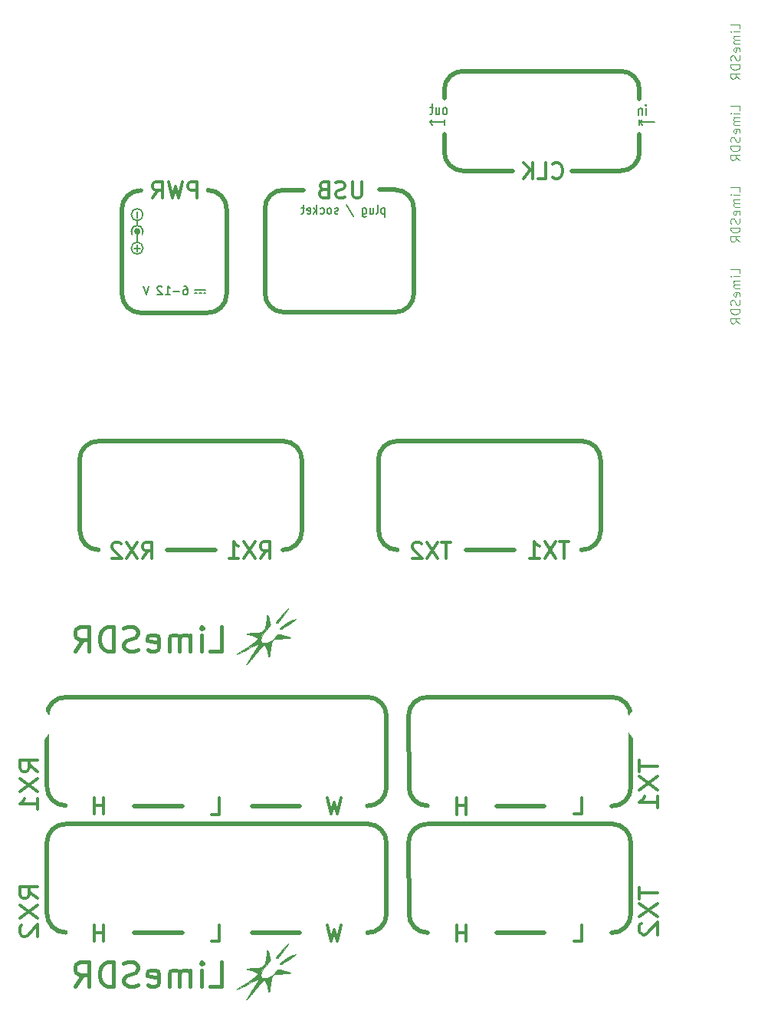
<source format=gbo>
%MOIN*%
%OFA0B0*%
%FSLAX46Y46*%
%IPPOS*%
%LPD*%
%ADD10C,0.005905511811023622*%
%ADD11C,0.0066929133858267724*%
%ADD12C,0.01968503937007874*%
%ADD13C,0.011811023622047244*%
%ADD14C,0.031496062992125991*%
%ADD15C,0.11811023622047245*%
%ADD16C,0.027559055118110236*%
%ADD17C,0.053149606299212608*%
%ADD18C,0.03937007874015748*%
%ADD29C,0.005905511811023622*%
%ADD30C,0.0039370078740157488*%
%ADD31C,0.20472440944881892*%
%ADD32C,0.01*%
%ADD43C,0.005905511811023622*%
%ADD44C,0.0039370078740157488*%
%ADD45C,0.20472440944881892*%
%ADD46C,0.01*%
%ADD57C,0.005905511811023622*%
%ADD58C,0.0039370078740157488*%
%ADD59C,0.20472440944881892*%
%ADD60C,0.01*%
%ADD71C,0.005905511811023622*%
%ADD72C,0.0039370078740157488*%
%ADD73C,0.20472440944881892*%
%ADD74C,0.01*%
%ADD85C,0.005905511811023622*%
%ADD96C,0.005905511811023622*%
%ADD107C,0.005905511811023622*%
%ADD108C,0.011811023622047244*%
%ADD109C,0.01968503937007874*%
%ADD110C,0.013779527559055118*%
%ADD111C,0.015748031496062995*%
%ADD112C,0.00039370078740157485*%
%ADD113C,0.031496062992125991*%
%ADD114C,0.11811023622047245*%
%ADD115C,0.027559055118110236*%
%ADD116C,0.053149606299212608*%
%ADD127C,0.005905511811023622*%
%ADD128C,0.01968503937007874*%
%ADD129C,0.011811023622047244*%
%ADD130C,0.015748031496062995*%
%ADD131C,0.00039370078740157485*%
%ADD132C,0.031496062992125991*%
%ADD133C,0.11811023622047245*%
%ADD134C,0.027559055118110236*%
%ADD135C,0.053149606299212608*%
%LPD*%
G01G01G01G01G01G01G01G01*
D10*
D11*
X0002798001Y0003849070D02*
X0002798001Y0003825448D01*
X0002801937Y0003837259D02*
X0002813749Y0003849070D01*
X0002864930Y0003837259D02*
X0002801937Y0003837259D01*
X0002801937Y0003837259D02*
X0002813749Y0003825448D01*
X0001951545Y0003849070D02*
X0001951545Y0003825448D01*
X0001888552Y0003837259D02*
X0001900363Y0003825448D01*
X0001888552Y0003837259D02*
X0001900363Y0003849070D01*
X0001951545Y0003837259D02*
X0001888552Y0003837259D01*
D12*
X0001951545Y0003978991D02*
X0001951545Y0003941612D01*
X0002800387Y0003976998D02*
X0002800387Y0003939621D01*
X0002800387Y0003784085D02*
X0002800387Y0003707337D01*
D10*
X0000906211Y0003095033D02*
X0000914085Y0003095033D01*
X0000884556Y0003095033D02*
X0000896368Y0003095033D01*
X0000866841Y0003095033D02*
X0000874715Y0003095033D01*
X0000866841Y0003108812D02*
X0000914085Y0003108812D01*
D11*
X0001957000Y0003871004D02*
X0001960375Y0003873253D01*
X0001962062Y0003875504D01*
X0001963747Y0003880003D01*
X0001963747Y0003893502D01*
X0001962062Y0003898001D01*
X0001960375Y0003900251D01*
X0001957000Y0003902500D01*
X0001951938Y0003902500D01*
X0001948564Y0003900251D01*
X0001946876Y0003898001D01*
X0001945189Y0003893502D01*
X0001945189Y0003880003D01*
X0001946876Y0003875504D01*
X0001948564Y0003873253D01*
X0001951938Y0003871004D01*
X0001957000Y0003871004D01*
X0001914818Y0003902500D02*
X0001914818Y0003871004D01*
X0001930003Y0003902500D02*
X0001930003Y0003877754D01*
X0001928316Y0003873253D01*
X0001924942Y0003871004D01*
X0001919880Y0003871004D01*
X0001916505Y0003873253D01*
X0001914818Y0003875504D01*
X0001903007Y0003902500D02*
X0001889509Y0003902500D01*
X0001897945Y0003918248D02*
X0001897945Y0003877754D01*
X0001896258Y0003873253D01*
X0001892883Y0003871004D01*
X0001889509Y0003871004D01*
D12*
X0001951938Y0003786077D02*
X0001951938Y0003707337D01*
D11*
X0002828204Y0003867067D02*
X0002828204Y0003898563D01*
X0002828204Y0003914311D02*
X0002829891Y0003912062D01*
X0002828204Y0003909812D01*
X0002826515Y0003912062D01*
X0002828204Y0003914311D01*
X0002828204Y0003909812D01*
X0002811331Y0003898563D02*
X0002811331Y0003867067D01*
X0002811331Y0003894064D02*
X0002809644Y0003896314D01*
X0002806269Y0003898563D01*
X0002801207Y0003898563D01*
X0002797832Y0003896314D01*
X0002796145Y0003891814D01*
X0002796145Y0003867067D01*
D12*
X0002032646Y0003626604D02*
G75*
G02G02G02G02X0001951913Y0003707337J0000080732D01X0001951913Y0003707337J0000080732D01X0001951913Y0003707337J0000080732D01G02G02X0001951913Y0003707337J0000080732D01G02G02X0001951913Y0003707337J0000080732D01X0001951913Y0003707337J0000080732D01X0001951913Y0003707337J0000080732D01X0001951913Y0003707337J0000080732D01*
G01G01G01G01G01G01G01G01*
X0002800387Y0003707337D02*
G75*
G02G02G02G02X0002717686Y0003626629I-0000080732D01X0002717686Y0003626629I-0000080732D01X0002717686Y0003626629I-0000080732D01G02G02X0002717686Y0003626629I-0000080732D01G02G02X0002717686Y0003626629I-0000080732D01X0002717686Y0003626629I-0000080732D01X0002717686Y0003626629I-0000080732D01X0002717686Y0003626629I-0000080732D01*
G01G01G01G01G01G01G01G01*
X0002249182Y0003626629D02*
X0002034615Y0003626629D01*
D13*
X0002422885Y0003599351D02*
X0002426259Y0003595976D01*
X0002436383Y0003592602D01*
X0002443132Y0003592602D01*
X0002453256Y0003595976D01*
X0002460005Y0003602725D01*
X0002463380Y0003609475D01*
X0002466754Y0003622973D01*
X0002466754Y0003633097D01*
X0002463380Y0003646595D01*
X0002460005Y0003653344D01*
X0002453256Y0003660093D01*
X0002443132Y0003663468D01*
X0002436383Y0003663468D01*
X0002426259Y0003660093D01*
X0002422885Y0003656719D01*
X0002358768Y0003592602D02*
X0002392513Y0003592602D01*
X0002392513Y0003663468D01*
X0002335146Y0003592602D02*
X0002335146Y0003663468D01*
X0002294651Y0003592602D02*
X0002325022Y0003633097D01*
X0002294651Y0003663468D02*
X0002335146Y0003622973D01*
D12*
X0002717686Y0003626629D02*
X0002505088Y0003626629D01*
D10*
X0001693469Y0003465380D02*
X0001693469Y0003426010D01*
X0001693469Y0003463505D02*
X0001690094Y0003465380D01*
X0001683346Y0003465380D01*
X0001679971Y0003463505D01*
X0001678284Y0003461631D01*
X0001676597Y0003457881D01*
X0001676597Y0003446632D01*
X0001678284Y0003442883D01*
X0001679971Y0003441008D01*
X0001683346Y0003439133D01*
X0001690094Y0003439133D01*
X0001693469Y0003441008D01*
X0001656349Y0003439133D02*
X0001659724Y0003441008D01*
X0001661411Y0003444758D01*
X0001661411Y0003478503D01*
X0001627665Y0003465380D02*
X0001627665Y0003439133D01*
X0001642850Y0003465380D02*
X0001642850Y0003444758D01*
X0001641164Y0003441008D01*
X0001637787Y0003439133D01*
X0001632727Y0003439133D01*
X0001629353Y0003441008D01*
X0001627665Y0003442883D01*
X0001595607Y0003465380D02*
X0001595607Y0003433509D01*
X0001597294Y0003429759D01*
X0001598981Y0003427885D01*
X0001602356Y0003426010D01*
X0001607418Y0003426010D01*
X0001610792Y0003427885D01*
X0001595607Y0003441008D02*
X0001598981Y0003439133D01*
X0001605731Y0003439133D01*
X0001609105Y0003441008D01*
X0001610792Y0003442883D01*
X0001612478Y0003446632D01*
X0001612478Y0003457881D01*
X0001610792Y0003461631D01*
X0001609105Y0003463505D01*
X0001605731Y0003465380D01*
X0001598981Y0003465380D01*
X0001595607Y0003463505D01*
X0001526428Y0003480377D02*
X0001556799Y0003429759D01*
X0001489308Y0003441008D02*
X0001485933Y0003439133D01*
X0001479184Y0003439133D01*
X0001475809Y0003441008D01*
X0001474122Y0003444758D01*
X0001474122Y0003446632D01*
X0001475809Y0003450382D01*
X0001479184Y0003452257D01*
X0001484245Y0003452257D01*
X0001487620Y0003454131D01*
X0001489308Y0003457881D01*
X0001489308Y0003459756D01*
X0001487620Y0003463505D01*
X0001484245Y0003465380D01*
X0001479184Y0003465380D01*
X0001475809Y0003463505D01*
X0001453875Y0003439133D02*
X0001457248Y0003441008D01*
X0001458936Y0003442883D01*
X0001460624Y0003446632D01*
X0001460624Y0003457881D01*
X0001458936Y0003461631D01*
X0001457248Y0003463505D01*
X0001453875Y0003465380D01*
X0001448813Y0003465380D01*
X0001445438Y0003463505D01*
X0001443751Y0003461631D01*
X0001442063Y0003457881D01*
X0001442063Y0003446632D01*
X0001443751Y0003442883D01*
X0001445438Y0003441008D01*
X0001448813Y0003439133D01*
X0001453875Y0003439133D01*
X0001411692Y0003441008D02*
X0001415067Y0003439133D01*
X0001421816Y0003439133D01*
X0001425191Y0003441008D01*
X0001426878Y0003442883D01*
X0001428565Y0003446632D01*
X0001428565Y0003457881D01*
X0001426878Y0003461631D01*
X0001425191Y0003463505D01*
X0001421816Y0003465380D01*
X0001415067Y0003465380D01*
X0001411692Y0003463505D01*
X0001396507Y0003439133D02*
X0001396507Y0003478503D01*
X0001393132Y0003454131D02*
X0001383008Y0003439133D01*
X0001383008Y0003465380D02*
X0001396507Y0003450382D01*
X0001354323Y0003441008D02*
X0001357699Y0003439133D01*
X0001364448Y0003439133D01*
X0001367823Y0003441008D01*
X0001369510Y0003444758D01*
X0001369510Y0003459756D01*
X0001367823Y0003463505D01*
X0001364448Y0003465380D01*
X0001357699Y0003465380D01*
X0001354323Y0003463505D01*
X0001352637Y0003459756D01*
X0001352637Y0003456005D01*
X0001369510Y0003452257D01*
X0001342513Y0003465380D02*
X0001329014Y0003465380D01*
X0001337452Y0003478503D02*
X0001337452Y0003444758D01*
X0001335764Y0003441008D01*
X0001332390Y0003439133D01*
X0001329014Y0003439133D01*
X0000818472Y0003126435D02*
X0000825221Y0003126435D01*
X0000828596Y0003124560D01*
X0000830283Y0003122686D01*
X0000833656Y0003117061D01*
X0000835345Y0003109562D01*
X0000835345Y0003094564D01*
X0000833656Y0003090815D01*
X0000831970Y0003088940D01*
X0000828596Y0003087065D01*
X0000821846Y0003087065D01*
X0000818472Y0003088940D01*
X0000816785Y0003090815D01*
X0000815097Y0003094564D01*
X0000815097Y0003103937D01*
X0000816785Y0003107688D01*
X0000818472Y0003109562D01*
X0000821846Y0003111437D01*
X0000828596Y0003111437D01*
X0000831970Y0003109562D01*
X0000833656Y0003107688D01*
X0000835345Y0003103937D01*
X0000799912Y0003102063D02*
X0000772915Y0003102063D01*
X0000737482Y0003087065D02*
X0000757729Y0003087065D01*
X0000747606Y0003087065D02*
X0000747606Y0003126435D01*
X0000750980Y0003120811D01*
X0000754355Y0003117061D01*
X0000757729Y0003115187D01*
X0000723984Y0003122686D02*
X0000722296Y0003124560D01*
X0000718921Y0003126435D01*
X0000710485Y0003126435D01*
X0000707111Y0003124560D01*
X0000705424Y0003122686D01*
X0000703736Y0003118936D01*
X0000703736Y0003115187D01*
X0000705424Y0003109562D01*
X0000725671Y0003087065D01*
X0000703736Y0003087065D01*
X0000666615Y0003126435D02*
X0000654805Y0003087065D01*
X0000642994Y0003126435D01*
D12*
X0001340551Y0003543306D02*
X0001253937Y0003543306D01*
X0001738159Y0003543975D02*
X0001669261Y0003543975D01*
X0001818915Y0003092770D02*
G75*
G02G02G02G02X0001736214Y0003012062I-0000080732D01X0001736214Y0003012062I-0000080732D01X0001736214Y0003012062I-0000080732D01G02G02X0001736214Y0003012062I-0000080732D01G02G02X0001736214Y0003012062I-0000080732D01X0001736214Y0003012062I-0000080732D01X0001736214Y0003012062I-0000080732D01X0001736214Y0003012062I-0000080732D01*
G01G01G01G01G01G01G01G01*
X0001252360Y0003012062D02*
G75*
G02G02G02G02X0001171647Y0003094763I-0000000003J0000080732D01X0001171647Y0003094763I-0000000003J0000080732D01X0001171647Y0003094763I-0000000003J0000080732D01G02G02X0001171647Y0003094763I-0000000003J0000080732D01G02G02X0001171647Y0003094763I-0000000003J0000080732D01X0001171647Y0003094763I-0000000003J0000080732D01X0001171647Y0003094763I-0000000003J0000080732D01X0001171647Y0003094763I-0000000003J0000080732D01*
G01G01G01G01G01G01G01G01*
X0001251968Y0003011811D02*
X0001736220Y0003011811D01*
X0001171254Y0003090802D02*
X0001171254Y0003460881D01*
X0001171254Y0003460881D02*
G75*
G02G02G02G02X0001253937Y0003543306I0000080714J0000001717D01X0001253937Y0003543306I0000080714J0000001717D01X0001253937Y0003543306I0000080714J0000001717D01G02G02X0001253937Y0003543306I0000080714J0000001717D01G02G02X0001253937Y0003543306I0000080714J0000001717D01X0001253937Y0003543306I0000080714J0000001717D01X0001253937Y0003543306I0000080714J0000001717D01X0001253937Y0003543306I0000080714J0000001717D01*
G01G01G01G01G01G01G01G01*
X0001738159Y0003543975D02*
G75*
G02G02G02G02X0001818867Y0003461274J-0000080732D01X0001818867Y0003461274J-0000080732D01X0001818867Y0003461274J-0000080732D01G02G02X0001818867Y0003461274J-0000080732D01G02G02X0001818867Y0003461274J-0000080732D01X0001818867Y0003461274J-0000080732D01X0001818867Y0003461274J-0000080732D01X0001818867Y0003461274J-0000080732D01*
G01G01G01G01G01G01G01G01*
X0001818891Y0003091983D02*
X0001818867Y0003461274D01*
X0000549206Y0003090802D02*
X0000549206Y0003460881D01*
X0000549206Y0003460487D02*
G75*
G02G02G02G02X0000631908Y0003541196I0000080732D01X0000631908Y0003541196I0000080732D01X0000631908Y0003541196I0000080732D01G02G02X0000631908Y0003541196I0000080732D01G02G02X0000631908Y0003541196I0000080732D01X0000631908Y0003541196I0000080732D01X0000631908Y0003541196I0000080732D01X0000631908Y0003541196I0000080732D01*
G01G01G01G01G01G01G01G01*
X0000630313Y0003009699D02*
G75*
G02G02G02G02X0000549600Y0003092401I-0000000003J0000080732D01X0000549600Y0003092401I-0000000003J0000080732D01X0000549600Y0003092401I-0000000003J0000080732D01G02G02X0000549600Y0003092401I-0000000003J0000080732D01G02G02X0000549600Y0003092401I-0000000003J0000080732D01X0000549600Y0003092401I-0000000003J0000080732D01X0000549600Y0003092401I-0000000003J0000080732D01X0000549600Y0003092401I-0000000003J0000080732D01*
G01G01G01G01G01G01G01G01*
X0000630497Y0003009696D02*
X0000922434Y0003009696D01*
X0001004742Y0003090407D02*
G75*
G02G02G02G02X0000922041Y0003009699I-0000080732D01X0000922041Y0003009699I-0000080732D01X0000922041Y0003009699I-0000080732D01G02G02X0000922041Y0003009699I-0000080732D01G02G02X0000922041Y0003009699I-0000080732D01X0000922041Y0003009699I-0000080732D01X0000922041Y0003009699I-0000080732D01X0000922041Y0003009699I-0000080732D01*
G01G01G01G01G01G01G01G01*
X0001004718Y0003091983D02*
X0001004694Y0003459306D01*
X0000923985Y0003542007D02*
G75*
G02G02G02G02X0001004694Y0003459306J-0000080732D01X0001004694Y0003459306J-0000080732D01X0001004694Y0003459306J-0000080732D01G02G02X0001004694Y0003459306J-0000080732D01G02G02X0001004694Y0003459306J-0000080732D01X0001004694Y0003459306J-0000080732D01X0001004694Y0003459306J-0000080732D01X0001004694Y0003459306J-0000080732D01*
G01G01G01G01G01G01G01G01*
D13*
X0000875978Y0003508268D02*
X0000875978Y0003579134D01*
X0000848981Y0003579134D01*
X0000842232Y0003575759D01*
X0000838858Y0003572385D01*
X0000835483Y0003565635D01*
X0000835483Y0003555512D01*
X0000838858Y0003548763D01*
X0000842232Y0003545388D01*
X0000848981Y0003542012D01*
X0000875978Y0003542012D01*
X0000811861Y0003579134D02*
X0000794988Y0003508268D01*
X0000781490Y0003558886D01*
X0000767991Y0003508268D01*
X0000751119Y0003579134D01*
X0000683627Y0003508268D02*
X0000707249Y0003542012D01*
X0000724122Y0003508268D02*
X0000724122Y0003579134D01*
X0000697125Y0003579134D01*
X0000690376Y0003575759D01*
X0000687002Y0003572385D01*
X0000683627Y0003565635D01*
X0000683627Y0003555512D01*
X0000687002Y0003548763D01*
X0000690376Y0003545388D01*
X0000697125Y0003542012D01*
X0000724122Y0003542012D01*
X0001591389Y0003579134D02*
X0001591389Y0003521765D01*
X0001588014Y0003515017D01*
X0001584639Y0003511642D01*
X0001577890Y0003508268D01*
X0001564392Y0003508268D01*
X0001557643Y0003511642D01*
X0001554268Y0003515017D01*
X0001550893Y0003521765D01*
X0001550893Y0003579134D01*
X0001520521Y0003511642D02*
X0001510399Y0003508268D01*
X0001493526Y0003508268D01*
X0001486777Y0003511642D01*
X0001483402Y0003515017D01*
X0001480027Y0003521765D01*
X0001480027Y0003528515D01*
X0001483402Y0003535264D01*
X0001486777Y0003538639D01*
X0001493526Y0003542012D01*
X0001507024Y0003545388D01*
X0001513773Y0003548763D01*
X0001517148Y0003552136D01*
X0001520521Y0003558886D01*
X0001520521Y0003565635D01*
X0001517148Y0003572385D01*
X0001513773Y0003575759D01*
X0001507024Y0003579134D01*
X0001490151Y0003579134D01*
X0001480027Y0003575759D01*
X0001426034Y0003545388D02*
X0001415908Y0003542012D01*
X0001412536Y0003538639D01*
X0001409161Y0003531890D01*
X0001409161Y0003521765D01*
X0001412536Y0003515017D01*
X0001415908Y0003511642D01*
X0001422660Y0003508268D01*
X0001449656Y0003508268D01*
X0001449656Y0003579134D01*
X0001426034Y0003579134D01*
X0001419285Y0003575759D01*
X0001415908Y0003572385D01*
X0001412536Y0003565635D01*
X0001412536Y0003558886D01*
X0001415908Y0003552136D01*
X0001419285Y0003548763D01*
X0001426034Y0003545388D01*
X0001449656Y0003545388D01*
D12*
X0001951545Y0003978991D02*
G75*
G02G02G02G02X0002034246Y0004059700I0000080732D01X0002034246Y0004059700I0000080732D01X0002034246Y0004059700I0000080732D01G02G02X0002034246Y0004059700I0000080732D01G02G02X0002034246Y0004059700I0000080732D01X0002034246Y0004059700I0000080732D01X0002034246Y0004059700I0000080732D01X0002034246Y0004059700I0000080732D01*
G01G01G01G01G01G01G01G01*
X0002719679Y0004059700D02*
X0002034246Y0004059700D01*
X0002719679Y0004059700D02*
G75*
G02G02G02G02X0002800387Y0003976998J-0000080732D01X0002800387Y0003976998J-0000080732D01X0002800387Y0003976998J-0000080732D01G02G02X0002800387Y0003976998J-0000080732D01G02G02X0002800387Y0003976998J-0000080732D01X0002800387Y0003976998J-0000080732D01X0002800387Y0003976998J-0000080732D01X0002800387Y0003976998J-0000080732D01*
G01G01G01G01G01G01G01G01*
D10*
X0000589945Y0003363161D02*
G75*
G02G02G02G02X0000615536Y0003388750I0000025589D01X0000615536Y0003388750I0000025589D01X0000615536Y0003388750I0000025589D01G02G02X0000615536Y0003388750I0000025589D01G02G02X0000615536Y0003388750I0000025589D01X0000615536Y0003388750I0000025589D01X0000615536Y0003388750I0000025589D01X0000615536Y0003388750I0000025589D01*
G01G01G01G01G01G01G01G01*
X0000615536Y0003388750D02*
G75*
G02G02G02G02X0000641127Y0003363161J-0000025589D01X0000641127Y0003363161J-0000025589D01X0000641127Y0003363161J-0000025589D01G02G02X0000641127Y0003363161J-0000025589D01G02G02X0000641127Y0003363161J-0000025589D01X0000641127Y0003363161J-0000025589D01X0000641127Y0003363161J-0000025589D01X0000641127Y0003363161J-0000025589D01*
G01G01G01G01G01G01G01G01*
X0000615536Y0003388750D02*
X0000615536Y0003410405D01*
X0000641127Y0003435995D02*
G75*
G03G03G03G03X0000641127Y0003435995I-0000025589D01X0000641127Y0003435995I-0000025589D01X0000641127Y0003435995I-0000025589D01G03G03X0000641127Y0003435995I-0000025589D01G03G03X0000641127Y0003435995I-0000025589D01X0000641127Y0003435995I-0000025589D01X0000641127Y0003435995I-0000025589D01X0000641127Y0003435995I-0000025589D01*
G01G01G01G01G01G01G01G01*
X0000641127Y0003290326D02*
G75*
G03G03G03G03X0000641127Y0003290326I-0000025589D01X0000641127Y0003290326I-0000025589D01X0000641127Y0003290326I-0000025589D01G03G03X0000641127Y0003290326I-0000025589D01G03G03X0000641127Y0003290326I-0000025589D01X0000641127Y0003290326I-0000025589D01X0000641127Y0003290326I-0000025589D01X0000641127Y0003290326I-0000025589D01*
G01G01G01G01G01G01G01G01*
X0000615536Y0003315917D02*
X0000615536Y0003351350D01*
D13*
X0000619473Y0003363161D02*
G75*
G03G03G03G03X0000619473Y0003363161I-0000003937D01X0000619473Y0003363161I-0000003937D01X0000619473Y0003363161I-0000003937D01G03G03X0000619473Y0003363161I-0000003937D01G03G03X0000619473Y0003363161I-0000003937D01X0000619473Y0003363161I-0000003937D01X0000619473Y0003363161I-0000003937D01X0000619473Y0003363161I-0000003937D01*
G01G01G01G01G01G01G01G01*
X0000623410Y0003363161D02*
G75*
G03G03G03G03X0000623410Y0003363161I-0000007874D01X0000623410Y0003363161I-0000007874D01X0000623410Y0003363161I-0000007874D01G03G03X0000623410Y0003363161I-0000007874D01G03G03X0000623410Y0003363161I-0000007874D01X0000623410Y0003363161I-0000007874D01X0000623410Y0003363161I-0000007874D01X0000623410Y0003363161I-0000007874D01*
G01G01G01G01G01G01G01G01*
D10*
X0000593882Y0003349381D02*
G75*
G02G02G02G02X0000601756Y0003384814I0000021653J0000013779D01X0000601756Y0003384814I0000021653J0000013779D01X0000601756Y0003384814I0000021653J0000013779D01G02G02X0000601756Y0003384814I0000021653J0000013779D01G02G02X0000601756Y0003384814I0000021653J0000013779D01X0000601756Y0003384814I0000021653J0000013779D01X0000601756Y0003384814I0000021653J0000013779D01X0000601756Y0003384814I0000021653J0000013779D01*
G01G01G01G01G01G01G01G01*
X0000629316Y0003384814D02*
G75*
G02G02G02G02X0000637190Y0003349381I-0000013779J-0000021653D01X0000637190Y0003349381I-0000013779J-0000021653D01X0000637190Y0003349381I-0000013779J-0000021653D01G02G02X0000637190Y0003349381I-0000013779J-0000021653D01G02G02X0000637190Y0003349381I-0000013779J-0000021653D01X0000637190Y0003349381I-0000013779J-0000021653D01X0000637190Y0003349381I-0000013779J-0000021653D01X0000637190Y0003349381I-0000013779J-0000021653D01*
G01G01G01G01G01G01G01G01*
X0000615536Y0003449775D02*
X0000615536Y0003422216D01*
X0000615536Y0003304106D02*
X0000615536Y0003276547D01*
X0000629316Y0003290326D02*
X0000601756Y0003290326D01*
%LPC*%
D14*
X0002904119Y0004141901D02*
G75*
G03G03G03G03X0002904119Y0004141901I-0000070866D01X0002904119Y0004141901I-0000070866D01X0002904119Y0004141901I-0000070866D01G03G03X0002904119Y0004141901I-0000070866D01G03G03X0002904119Y0004141901I-0000070866D01X0002904119Y0004141901I-0000070866D01X0002904119Y0004141901I-0000070866D01X0002904119Y0004141901I-0000070866D01*
G01G01G01G01G01G01G01G01*
X0002903330Y0003075759D02*
G75*
G03G03G03G03X0002903330Y0003075759I-0000070866D01X0002903330Y0003075759I-0000070866D01X0002903330Y0003075759I-0000070866D01G03G03X0002903330Y0003075759I-0000070866D01G03G03X0002903330Y0003075759I-0000070866D01X0002903330Y0003075759I-0000070866D01X0002903330Y0003075759I-0000070866D01X0002903330Y0003075759I-0000070866D01*
G01G01G01G01G01G01G01G01*
X0000226560Y0003076940D02*
G75*
G03G03G03G03X0000226560Y0003076940I-0000070866D01X0000226560Y0003076940I-0000070866D01X0000226560Y0003076940I-0000070866D01G03G03X0000226560Y0003076940I-0000070866D01G03G03X0000226560Y0003076940I-0000070866D01X0000226560Y0003076940I-0000070866D01X0000226560Y0003076940I-0000070866D01X0000226560Y0003076940I-0000070866D01*
G01G01G01G01G01G01G01G01*
X0000226953Y0004141507D02*
G75*
G03G03G03G03X0000226953Y0004141507I-0000070866D01X0000226953Y0004141507I-0000070866D01X0000226953Y0004141507I-0000070866D01G03G03X0000226953Y0004141507I-0000070866D01G03G03X0000226953Y0004141507I-0000070866D01X0000226953Y0004141507I-0000070866D01X0000226953Y0004141507I-0000070866D01X0000226953Y0004141507I-0000070866D01*
G01G01G01G01G01G01G01G01*
D15*
X0002265151Y0003850810D02*
G75*
G03G03G03G03X0002265151Y0003850810I-0000104724D01X0002265151Y0003850810I-0000104724D01X0002265151Y0003850810I-0000104724D01G03G03X0002265151Y0003850810I-0000104724D01G03G03X0002265151Y0003850810I-0000104724D01X0002265151Y0003850810I-0000104724D01X0002265151Y0003850810I-0000104724D01X0002265151Y0003850810I-0000104724D01*
G01G01G01G01G01G01G01G01*
D16*
X0002275781Y0003923251D02*
X0002275781Y0003777975D01*
D17*
X0002311214Y0003850810D02*
G75*
G03G03G03G03X0002311214Y0003850810I-0000150787D01X0002311214Y0003850810I-0000150787D01X0002311214Y0003850810I-0000150787D01G03G03X0002311214Y0003850810I-0000150787D01G03G03X0002311214Y0003850810I-0000150787D01X0002311214Y0003850810I-0000150787D01X0002311214Y0003850810I-0000150787D01X0002311214Y0003850810I-0000150787D01*
G01G01G01G01G01G01G01G01*
X0002744285Y0003850810D02*
G75*
G03G03G03G03X0002744285Y0003850810I-0000150787D01X0002744285Y0003850810I-0000150787D01X0002744285Y0003850810I-0000150787D01G03G03X0002744285Y0003850810I-0000150787D01G03G03X0002744285Y0003850810I-0000150787D01X0002744285Y0003850810I-0000150787D01X0002744285Y0003850810I-0000150787D01X0002744285Y0003850810I-0000150787D01*
G01G01G01G01G01G01G01G01*
D16*
X0002708852Y0003923251D02*
X0002708852Y0003777975D01*
D15*
X0002698222Y0003850810D02*
G75*
G03G03G03G03X0002698222Y0003850810I-0000104724D01X0002698222Y0003850810I-0000104724D01X0002698222Y0003850810I-0000104724D01G03G03X0002698222Y0003850810I-0000104724D01G03G03X0002698222Y0003850810I-0000104724D01X0002698222Y0003850810I-0000104724D01X0002698222Y0003850810I-0000104724D01X0002698222Y0003850810I-0000104724D01*
G01G01G01G01G01G01G01G01*
D18*
X0001858115Y0004076545D03*
X0001738213Y0004076545D03*
X0001618312Y0004076545D03*
X0001498410Y0004076545D03*
X0001378508Y0004076545D03*
X0001258607Y0004076545D03*
X0001138705Y0004076545D03*
X0001018804Y0004076545D03*
X0000898902Y0004076545D03*
X0000779001Y0004076545D03*
X0000659099Y0004076545D03*
X0000539197Y0004076545D03*
X0000419296Y0004076545D03*
X0000718942Y0004117491D03*
X0000838843Y0004117491D03*
X0000479138Y0004117491D03*
X0001078646Y0004117491D03*
X0000599040Y0004117491D03*
X0000958745Y0004117491D03*
X0001917957Y0004117491D03*
X0001318449Y0004117491D03*
X0001438351Y0004117491D03*
X0001678154Y0004117491D03*
X0001798056Y0004117491D03*
X0001558253Y0004117491D03*
X0001198548Y0004117491D03*
X0002517465Y0004117491D03*
X0002157760Y0004117491D03*
X0002277662Y0004117491D03*
X0002397564Y0004117491D03*
X0002037859Y0004117491D03*
X0002577524Y0004159224D03*
X0002457623Y0004159224D03*
X0002337721Y0004159224D03*
X0002217819Y0004159224D03*
X0002097918Y0004159224D03*
X0001978016Y0004159224D03*
X0001858115Y0004159224D03*
X0001738213Y0004159224D03*
X0001618312Y0004159224D03*
X0001498410Y0004159224D03*
X0001378508Y0004159224D03*
X0001258607Y0004159224D03*
X0001138705Y0004159224D03*
X0001018804Y0004159224D03*
X0000898902Y0004159224D03*
X0000779001Y0004159224D03*
X0000659099Y0004159224D03*
X0000539197Y0004159224D03*
X0000419296Y0004159224D03*
%LPD*%
G01G01G01G01G01G01G01G01*
D29*
D30*
X0003236314Y0004244094D02*
X0003236314Y0004262842D01*
X0003196944Y0004262842D01*
X0003236314Y0004230971D02*
X0003210067Y0004230971D01*
X0003196944Y0004230971D02*
X0003198818Y0004232845D01*
X0003200693Y0004230971D01*
X0003198818Y0004229096D01*
X0003196944Y0004230971D01*
X0003200693Y0004230971D01*
X0003236314Y0004212223D02*
X0003210067Y0004212223D01*
X0003213817Y0004212223D02*
X0003211942Y0004210348D01*
X0003210067Y0004206599D01*
X0003210067Y0004200974D01*
X0003211942Y0004197225D01*
X0003215691Y0004195350D01*
X0003236314Y0004195350D01*
X0003215691Y0004195350D02*
X0003211942Y0004193475D01*
X0003210067Y0004189726D01*
X0003210067Y0004184101D01*
X0003211942Y0004180352D01*
X0003215691Y0004178477D01*
X0003236314Y0004178477D01*
X0003234439Y0004144731D02*
X0003236314Y0004148481D01*
X0003236314Y0004155979D01*
X0003234439Y0004159728D01*
X0003230689Y0004161603D01*
X0003215691Y0004161603D01*
X0003211942Y0004159728D01*
X0003210067Y0004155979D01*
X0003210067Y0004148481D01*
X0003211942Y0004144731D01*
X0003215691Y0004142857D01*
X0003219441Y0004142857D01*
X0003223190Y0004161603D01*
X0003234439Y0004127859D02*
X0003236314Y0004122232D01*
X0003236314Y0004112860D01*
X0003234439Y0004109111D01*
X0003232563Y0004107236D01*
X0003228815Y0004105361D01*
X0003225065Y0004105361D01*
X0003221316Y0004107236D01*
X0003219441Y0004109111D01*
X0003217566Y0004112860D01*
X0003215691Y0004120358D01*
X0003213817Y0004124109D01*
X0003211942Y0004125984D01*
X0003208191Y0004127859D01*
X0003204443Y0004127859D01*
X0003200693Y0004125984D01*
X0003198818Y0004124109D01*
X0003196944Y0004120358D01*
X0003196944Y0004110985D01*
X0003198818Y0004105361D01*
X0003236314Y0004088488D02*
X0003196944Y0004088488D01*
X0003196944Y0004079115D01*
X0003198818Y0004073489D01*
X0003202568Y0004069740D01*
X0003206317Y0004067866D01*
X0003213817Y0004065991D01*
X0003219441Y0004065991D01*
X0003226940Y0004067866D01*
X0003230689Y0004069740D01*
X0003234439Y0004073489D01*
X0003236314Y0004079115D01*
X0003236314Y0004088488D01*
X0003236314Y0004026620D02*
X0003217566Y0004039745D01*
X0003236314Y0004049118D02*
X0003196944Y0004049118D01*
X0003196944Y0004034118D01*
X0003198818Y0004030369D01*
X0003200693Y0004028495D01*
X0003204443Y0004026620D01*
X0003210067Y0004026620D01*
X0003213817Y0004028495D01*
X0003215691Y0004030369D01*
X0003217566Y0004034118D01*
X0003217566Y0004049118D01*
%LPC*%
D31*
X0003435433Y0004146454D03*
D32*
G36*
X0003153921Y0004006967D02*
X0003078883Y0004006967D01*
X0003078123Y0004282795D01*
X0003153163Y0004282795D01*
X0003153921Y0004006967D01*
X0003153921Y0004006967D01*
G37*
X0003153921Y0004006967D02*
X0003078883Y0004006967D01*
X0003078123Y0004282795D01*
X0003153163Y0004282795D01*
X0003153921Y0004006967D01*
%LPD*%
G01G01G01G01G01G01G01G01*
D43*
D44*
X0003236314Y0003889763D02*
X0003236314Y0003908511D01*
X0003196944Y0003908511D01*
X0003236314Y0003876640D02*
X0003210067Y0003876640D01*
X0003196944Y0003876640D02*
X0003198818Y0003878515D01*
X0003200693Y0003876640D01*
X0003198818Y0003874765D01*
X0003196944Y0003876640D01*
X0003200693Y0003876640D01*
X0003236314Y0003857892D02*
X0003210067Y0003857892D01*
X0003213817Y0003857892D02*
X0003211942Y0003856017D01*
X0003210067Y0003852268D01*
X0003210067Y0003846644D01*
X0003211942Y0003842894D01*
X0003215691Y0003841019D01*
X0003236314Y0003841019D01*
X0003215691Y0003841019D02*
X0003211942Y0003839145D01*
X0003210067Y0003835395D01*
X0003210067Y0003829771D01*
X0003211942Y0003826021D01*
X0003215691Y0003824146D01*
X0003236314Y0003824146D01*
X0003234439Y0003790401D02*
X0003236314Y0003794150D01*
X0003236314Y0003801649D01*
X0003234439Y0003805399D01*
X0003230689Y0003807274D01*
X0003215691Y0003807274D01*
X0003211942Y0003805399D01*
X0003210067Y0003801649D01*
X0003210067Y0003794150D01*
X0003211942Y0003790401D01*
X0003215691Y0003788526D01*
X0003219441Y0003788526D01*
X0003223190Y0003807274D01*
X0003234439Y0003773528D02*
X0003236314Y0003767904D01*
X0003236314Y0003758530D01*
X0003234439Y0003754780D01*
X0003232563Y0003752905D01*
X0003228815Y0003751031D01*
X0003225065Y0003751031D01*
X0003221316Y0003752905D01*
X0003219441Y0003754780D01*
X0003217566Y0003758530D01*
X0003215691Y0003766029D01*
X0003213817Y0003769778D01*
X0003211942Y0003771652D01*
X0003208191Y0003773528D01*
X0003204443Y0003773528D01*
X0003200693Y0003771652D01*
X0003198818Y0003769778D01*
X0003196944Y0003766029D01*
X0003196944Y0003756655D01*
X0003198818Y0003751031D01*
X0003236314Y0003734158D02*
X0003196944Y0003734158D01*
X0003196944Y0003724784D01*
X0003198818Y0003719160D01*
X0003202568Y0003715410D01*
X0003206317Y0003713535D01*
X0003213817Y0003711661D01*
X0003219441Y0003711661D01*
X0003226940Y0003713535D01*
X0003230689Y0003715410D01*
X0003234439Y0003719160D01*
X0003236314Y0003724784D01*
X0003236314Y0003734158D01*
X0003236314Y0003672290D02*
X0003217566Y0003685414D01*
X0003236314Y0003694788D02*
X0003196944Y0003694788D01*
X0003196944Y0003679790D01*
X0003198818Y0003676040D01*
X0003200693Y0003674164D01*
X0003204443Y0003672290D01*
X0003210067Y0003672290D01*
X0003213817Y0003674164D01*
X0003215691Y0003676040D01*
X0003217566Y0003679790D01*
X0003217566Y0003694788D01*
%LPC*%
D45*
X0003435433Y0003792125D03*
D46*
G36*
X0003153921Y0003652637D02*
X0003078883Y0003652637D01*
X0003078123Y0003928464D01*
X0003153163Y0003928464D01*
X0003153921Y0003652637D01*
X0003153921Y0003652637D01*
G37*
X0003153921Y0003652637D02*
X0003078883Y0003652637D01*
X0003078123Y0003928464D01*
X0003153163Y0003928464D01*
X0003153921Y0003652637D01*
%LPD*%
G01G01G01G01G01G01G01G01*
D57*
D58*
X0003236314Y0003535433D02*
X0003236314Y0003554180D01*
X0003196944Y0003554180D01*
X0003236314Y0003522309D02*
X0003210067Y0003522309D01*
X0003196944Y0003522309D02*
X0003198818Y0003524184D01*
X0003200693Y0003522309D01*
X0003198818Y0003520434D01*
X0003196944Y0003522309D01*
X0003200693Y0003522309D01*
X0003236314Y0003503562D02*
X0003210067Y0003503562D01*
X0003213817Y0003503562D02*
X0003211942Y0003501687D01*
X0003210067Y0003497937D01*
X0003210067Y0003492313D01*
X0003211942Y0003488563D01*
X0003215691Y0003486689D01*
X0003236314Y0003486689D01*
X0003215691Y0003486689D02*
X0003211942Y0003484813D01*
X0003210067Y0003481064D01*
X0003210067Y0003475440D01*
X0003211942Y0003471691D01*
X0003215691Y0003469816D01*
X0003236314Y0003469816D01*
X0003234439Y0003436069D02*
X0003236314Y0003439820D01*
X0003236314Y0003447319D01*
X0003234439Y0003451068D01*
X0003230689Y0003452943D01*
X0003215691Y0003452943D01*
X0003211942Y0003451068D01*
X0003210067Y0003447319D01*
X0003210067Y0003439820D01*
X0003211942Y0003436069D01*
X0003215691Y0003434195D01*
X0003219441Y0003434195D01*
X0003223190Y0003452943D01*
X0003234439Y0003419197D02*
X0003236314Y0003413573D01*
X0003236314Y0003404199D01*
X0003234439Y0003400449D01*
X0003232563Y0003398575D01*
X0003228815Y0003396700D01*
X0003225065Y0003396700D01*
X0003221316Y0003398575D01*
X0003219441Y0003400449D01*
X0003217566Y0003404199D01*
X0003215691Y0003411697D01*
X0003213817Y0003415448D01*
X0003211942Y0003417322D01*
X0003208191Y0003419197D01*
X0003204443Y0003419197D01*
X0003200693Y0003417322D01*
X0003198818Y0003415448D01*
X0003196944Y0003411697D01*
X0003196944Y0003402324D01*
X0003198818Y0003396700D01*
X0003236314Y0003379827D02*
X0003196944Y0003379827D01*
X0003196944Y0003370453D01*
X0003198818Y0003364829D01*
X0003202568Y0003361079D01*
X0003206317Y0003359205D01*
X0003213817Y0003357330D01*
X0003219441Y0003357330D01*
X0003226940Y0003359205D01*
X0003230689Y0003361079D01*
X0003234439Y0003364829D01*
X0003236314Y0003370453D01*
X0003236314Y0003379827D01*
X0003236314Y0003317960D02*
X0003217566Y0003331083D01*
X0003236314Y0003340457D02*
X0003196944Y0003340457D01*
X0003196944Y0003325458D01*
X0003198818Y0003321709D01*
X0003200693Y0003319835D01*
X0003204443Y0003317960D01*
X0003210067Y0003317960D01*
X0003213817Y0003319835D01*
X0003215691Y0003321709D01*
X0003217566Y0003325458D01*
X0003217566Y0003340457D01*
%LPC*%
D59*
X0003435433Y0003437795D03*
D60*
G36*
X0003153921Y0003298307D02*
X0003078883Y0003298307D01*
X0003078123Y0003574133D01*
X0003153163Y0003574133D01*
X0003153921Y0003298307D01*
X0003153921Y0003298307D01*
G37*
X0003153921Y0003298307D02*
X0003078883Y0003298307D01*
X0003078123Y0003574133D01*
X0003153163Y0003574133D01*
X0003153921Y0003298307D01*
G04 next file*
%LPD*%
G01G01G01G01G01G01G01G01*
D71*
D72*
X0003236314Y0003181102D02*
X0003236314Y0003199850D01*
X0003196944Y0003199850D01*
X0003236314Y0003167978D02*
X0003210067Y0003167978D01*
X0003196944Y0003167978D02*
X0003198818Y0003169853D01*
X0003200693Y0003167978D01*
X0003198818Y0003166104D01*
X0003196944Y0003167978D01*
X0003200693Y0003167978D01*
X0003236314Y0003149230D02*
X0003210067Y0003149230D01*
X0003213817Y0003149230D02*
X0003211942Y0003147356D01*
X0003210067Y0003143607D01*
X0003210067Y0003137981D01*
X0003211942Y0003134233D01*
X0003215691Y0003132358D01*
X0003236314Y0003132358D01*
X0003215691Y0003132358D02*
X0003211942Y0003130483D01*
X0003210067Y0003126734D01*
X0003210067Y0003121109D01*
X0003211942Y0003117360D01*
X0003215691Y0003115485D01*
X0003236314Y0003115485D01*
X0003234439Y0003081739D02*
X0003236314Y0003085489D01*
X0003236314Y0003092988D01*
X0003234439Y0003096737D01*
X0003230689Y0003098612D01*
X0003215691Y0003098612D01*
X0003211942Y0003096737D01*
X0003210067Y0003092988D01*
X0003210067Y0003085489D01*
X0003211942Y0003081739D01*
X0003215691Y0003079865D01*
X0003219441Y0003079865D01*
X0003223190Y0003098612D01*
X0003234439Y0003064865D02*
X0003236314Y0003059242D01*
X0003236314Y0003049868D01*
X0003234439Y0003046119D01*
X0003232563Y0003044244D01*
X0003228815Y0003042369D01*
X0003225065Y0003042369D01*
X0003221316Y0003044244D01*
X0003219441Y0003046119D01*
X0003217566Y0003049868D01*
X0003215691Y0003057367D01*
X0003213817Y0003061117D01*
X0003211942Y0003062991D01*
X0003208191Y0003064865D01*
X0003204443Y0003064865D01*
X0003200693Y0003062991D01*
X0003198818Y0003061117D01*
X0003196944Y0003057367D01*
X0003196944Y0003047994D01*
X0003198818Y0003042369D01*
X0003236314Y0003025496D02*
X0003196944Y0003025496D01*
X0003196944Y0003016122D01*
X0003198818Y0003010497D01*
X0003202568Y0003006749D01*
X0003206317Y0003004874D01*
X0003213817Y0003002999D01*
X0003219441Y0003002999D01*
X0003226940Y0003004874D01*
X0003230689Y0003006749D01*
X0003234439Y0003010497D01*
X0003236314Y0003016122D01*
X0003236314Y0003025496D01*
X0003236314Y0002963629D02*
X0003217566Y0002976752D01*
X0003236314Y0002986125D02*
X0003196944Y0002986125D01*
X0003196944Y0002971128D01*
X0003198818Y0002967379D01*
X0003200693Y0002965504D01*
X0003204443Y0002963629D01*
X0003210067Y0002963629D01*
X0003213817Y0002965504D01*
X0003215691Y0002967379D01*
X0003217566Y0002971128D01*
X0003217566Y0002986125D01*
%LPC*%
D73*
X0003435433Y0003083464D03*
D74*
G36*
X0003153921Y0002943976D02*
X0003078883Y0002943976D01*
X0003078123Y0003219803D01*
X0003153163Y0003219803D01*
X0003153921Y0002943976D01*
X0003153921Y0002943976D01*
G37*
X0003153921Y0002943976D02*
X0003078883Y0002943976D01*
X0003078123Y0003219803D01*
X0003153163Y0003219803D01*
X0003153921Y0002943976D01*
%LPD*%
G01G01G01G01G01G01G01G01*
D85*
%LPC*%
G04 next file*
%LPD*%
G01G01G01G01G01G01G01G01*
D96*
%LPC*%
G04 next file*
%LPD*%
G01G01G01G01G01G01G01G01G01G01G01G01G01G01G01G01*
D107*
D108*
X0002514285Y0000830539D02*
X0002548031Y0000830539D01*
X0002548031Y0000901406D01*
D109*
X0002386614Y0000866535D02*
X0002177952Y0000866535D01*
D108*
X0002044655Y0000829953D02*
X0002044655Y0000900819D01*
X0002044655Y0000867074D02*
X0002004160Y0000867074D01*
X0002004160Y0000829953D02*
X0002004160Y0000900819D01*
D109*
X0001878346Y0000866929D02*
G75*
G02G02G02G02X0001797637Y0000949630J0000080732D01X0001797637Y0000949630J0000080732D01G02G02X0001797637Y0000949630J0000080732D01G02G02X0001797637Y0000949630J0000080732D01X0001797637Y0000949630J0000080732D01X0001797637Y0000949630J0000080732D01X0001797637Y0000949630J0000080732D01G02G02G02G02X0001797637Y0000949630J0000080732D01X0001797637Y0000949630J0000080732D01X0001797637Y0000949630J0000080732D01G02G02X0001797637Y0000949630J0000080732D01G02G02X0001797637Y0000949630J0000080732D01X0001797637Y0000949630J0000080732D01X0001797637Y0000949630J0000080732D01X0001797637Y0000949630J0000080732D01X0001797637Y0000949630J0000080732D01*
G01G01G01G01G01G01G01G01G01G01G01G01G01G01G01G01*
X0001795669Y0001256692D02*
X0001797637Y0000949630D01*
X0001795645Y0001258267D02*
G75*
G02G02G02G02X0001878346Y0001338976I0000080732D01X0001878346Y0001338976I0000080732D01G02G02X0001878346Y0001338976I0000080732D01G02G02X0001878346Y0001338976I0000080732D01X0001878346Y0001338976I0000080732D01X0001878346Y0001338976I0000080732D01X0001878346Y0001338976I0000080732D01G02G02G02G02X0001878346Y0001338976I0000080732D01X0001878346Y0001338976I0000080732D01X0001878346Y0001338976I0000080732D01G02G02X0001878346Y0001338976I0000080732D01G02G02X0001878346Y0001338976I0000080732D01X0001878346Y0001338976I0000080732D01X0001878346Y0001338976I0000080732D01X0001878346Y0001338976I0000080732D01X0001878346Y0001338976I0000080732D01*
G01G01G01G01G01G01G01G01G01G01G01G01G01G01G01G01*
X0002685826Y0001338976D02*
X0001878740Y0001338976D01*
X0002681889Y0001338976D02*
G75*
G02G02G02G02X0002762598Y0001256275J-0000080732D01X0002762598Y0001256275J-0000080732D01G02G02X0002762598Y0001256275J-0000080732D01G02G02X0002762598Y0001256275J-0000080732D01X0002762598Y0001256275J-0000080732D01X0002762598Y0001256275J-0000080732D01X0002762598Y0001256275J-0000080732D01G02G02G02G02X0002762598Y0001256275J-0000080732D01X0002762598Y0001256275J-0000080732D01X0002762598Y0001256275J-0000080732D01G02G02X0002762598Y0001256275J-0000080732D01G02G02X0002762598Y0001256275J-0000080732D01X0002762598Y0001256275J-0000080732D01X0002762598Y0001256275J-0000080732D01X0002762598Y0001256275J-0000080732D01X0002762598Y0001256275J-0000080732D01*
G01G01G01G01G01G01G01G01G01G01G01G01G01G01G01G01*
X0002762598Y0000946455D02*
X0002762598Y0001256275D01*
X0002762598Y0000946455D02*
G75*
G02G02G02G02X0002679897Y0000865747I-0000080732D01X0002679897Y0000865747I-0000080732D01G02G02X0002679897Y0000865747I-0000080732D01G02G02X0002679897Y0000865747I-0000080732D01X0002679897Y0000865747I-0000080732D01X0002679897Y0000865747I-0000080732D01X0002679897Y0000865747I-0000080732D01G02G02G02G02X0002679897Y0000865747I-0000080732D01X0002679897Y0000865747I-0000080732D01X0002679897Y0000865747I-0000080732D01G02G02X0002679897Y0000865747I-0000080732D01G02G02X0002679897Y0000865747I-0000080732D01X0002679897Y0000865747I-0000080732D01X0002679897Y0000865747I-0000080732D01X0002679897Y0000865747I-0000080732D01X0002679897Y0000865747I-0000080732D01*
G01G01G01G01G01G01G01G01G01G01G01G01G01G01G01G01*
D110*
X0002800187Y0001064323D02*
X0002800187Y0001014829D01*
X0002878927Y0001039576D02*
X0002800187Y0001039576D01*
X0002800187Y0000994207D02*
X0002878927Y0000936463D01*
X0002800187Y0000936463D02*
X0002878927Y0000994207D01*
X0002878927Y0000858099D02*
X0002878927Y0000907592D01*
X0002878927Y0000882845D02*
X0002800187Y0000882845D01*
X0002811436Y0000891094D01*
X0002818935Y0000899343D01*
X0002822683Y0000907592D01*
D109*
X0001795645Y0000707086D02*
G75*
G02G02G02G02X0001878346Y0000787794I0000080732D01X0001878346Y0000787794I0000080732D01G02G02X0001878346Y0000787794I0000080732D01G02G02X0001878346Y0000787794I0000080732D01X0001878346Y0000787794I0000080732D01X0001878346Y0000787794I0000080732D01X0001878346Y0000787794I0000080732D01G02G02G02G02X0001878346Y0000787794I0000080732D01X0001878346Y0000787794I0000080732D01X0001878346Y0000787794I0000080732D01G02G02X0001878346Y0000787794I0000080732D01G02G02X0001878346Y0000787794I0000080732D01X0001878346Y0000787794I0000080732D01X0001878346Y0000787794I0000080732D01X0001878346Y0000787794I0000080732D01X0001878346Y0000787794I0000080732D01*
G01G01G01G01G01G01G01G01G01G01G01G01G01G01G01G01*
X0001795669Y0000705511D02*
X0001797637Y0000398449D01*
X0001878346Y0000315748D02*
G75*
G02G02G02G02X0001797637Y0000398449J0000080732D01X0001797637Y0000398449J0000080732D01G02G02X0001797637Y0000398449J0000080732D01G02G02X0001797637Y0000398449J0000080732D01X0001797637Y0000398449J0000080732D01X0001797637Y0000398449J0000080732D01X0001797637Y0000398449J0000080732D01G02G02G02G02X0001797637Y0000398449J0000080732D01X0001797637Y0000398449J0000080732D01X0001797637Y0000398449J0000080732D01G02G02X0001797637Y0000398449J0000080732D01G02G02X0001797637Y0000398449J0000080732D01X0001797637Y0000398449J0000080732D01X0001797637Y0000398449J0000080732D01X0001797637Y0000398449J0000080732D01X0001797637Y0000398449J0000080732D01*
G01G01G01G01G01G01G01G01G01G01G01G01G01G01G01G01*
X0001618897Y0001338976D02*
G75*
G02G02G02G02X0001699606Y0001256275J-0000080732D01X0001699606Y0001256275J-0000080732D01G02G02X0001699606Y0001256275J-0000080732D01G02G02X0001699606Y0001256275J-0000080732D01X0001699606Y0001256275J-0000080732D01X0001699606Y0001256275J-0000080732D01X0001699606Y0001256275J-0000080732D01G02G02G02G02X0001699606Y0001256275J-0000080732D01X0001699606Y0001256275J-0000080732D01X0001699606Y0001256275J-0000080732D01G02G02X0001699606Y0001256275J-0000080732D01G02G02X0001699606Y0001256275J-0000080732D01X0001699606Y0001256275J-0000080732D01X0001699606Y0001256275J-0000080732D01X0001699606Y0001256275J-0000080732D01X0001699606Y0001256275J-0000080732D01*
G01G01G01G01G01G01G01G01G01G01G01G01G01G01G01G01*
X0001699606Y0000948425D02*
X0001699606Y0001256275D01*
X0001699606Y0000947244D02*
G75*
G02G02G02G02X0001616905Y0000866535I-0000080732D01X0001616905Y0000866535I-0000080732D01G02G02X0001616905Y0000866535I-0000080732D01G02G02X0001616905Y0000866535I-0000080732D01X0001616905Y0000866535I-0000080732D01X0001616905Y0000866535I-0000080732D01X0001616905Y0000866535I-0000080732D01G02G02G02G02X0001616905Y0000866535I-0000080732D01X0001616905Y0000866535I-0000080732D01X0001616905Y0000866535I-0000080732D01G02G02X0001616905Y0000866535I-0000080732D01G02G02X0001616905Y0000866535I-0000080732D01X0001616905Y0000866535I-0000080732D01X0001616905Y0000866535I-0000080732D01X0001616905Y0000866535I-0000080732D01X0001616905Y0000866535I-0000080732D01*
G01G01G01G01G01G01G01G01G01G01G01G01G01G01G01G01*
D108*
X0001503599Y0000901406D02*
X0001486724Y0000830539D01*
X0001473228Y0000881157D01*
X0001459730Y0000830539D01*
X0001442857Y0000901406D01*
D109*
X0001323622Y0000866535D02*
X0001114960Y0000866535D01*
D108*
X0000939482Y0000829953D02*
X0000973228Y0000829953D01*
X0000973228Y0000900819D01*
D109*
X0000811811Y0000866535D02*
X0000603149Y0000866535D01*
D108*
X0000469853Y0000830539D02*
X0000469853Y0000901406D01*
X0000469853Y0000867660D02*
X0000429358Y0000867660D01*
X0000429358Y0000830539D02*
X0000429358Y0000901406D01*
D109*
X0000304174Y0000867917D02*
G75*
G02G02G02G02X0000223465Y0000950618J0000080732D01X0000223465Y0000950618J0000080732D01G02G02X0000223465Y0000950618J0000080732D01G02G02X0000223465Y0000950618J0000080732D01X0000223465Y0000950618J0000080732D01X0000223465Y0000950618J0000080732D01X0000223465Y0000950618J0000080732D01G02G02G02G02X0000223465Y0000950618J0000080732D01X0000223465Y0000950618J0000080732D01X0000223465Y0000950618J0000080732D01G02G02X0000223465Y0000950618J0000080732D01G02G02X0000223465Y0000950618J0000080732D01X0000223465Y0000950618J0000080732D01X0000223465Y0000950618J0000080732D01X0000223465Y0000950618J0000080732D01X0000223465Y0000950618J0000080732D01*
G01G01G01G01G01G01G01G01G01G01G01G01G01G01G01G01*
X0001622834Y0001338976D02*
X0000305905Y0001338976D01*
X0000223204Y0001258267D02*
G75*
G02G02G02G02X0000305905Y0001338976I0000080732D01X0000305905Y0001338976I0000080732D01G02G02X0000305905Y0001338976I0000080732D01G02G02X0000305905Y0001338976I0000080732D01X0000305905Y0001338976I0000080732D01X0000305905Y0001338976I0000080732D01X0000305905Y0001338976I0000080732D01G02G02G02G02X0000305905Y0001338976I0000080732D01X0000305905Y0001338976I0000080732D01X0000305905Y0001338976I0000080732D01G02G02X0000305905Y0001338976I0000080732D01G02G02X0000305905Y0001338976I0000080732D01X0000305905Y0001338976I0000080732D01X0000305905Y0001338976I0000080732D01X0000305905Y0001338976I0000080732D01X0000305905Y0001338976I0000080732D01*
G01G01G01G01G01G01G01G01G01G01G01G01G01G01G01G01*
X0000223465Y0000950594D02*
X0000223465Y0001259650D01*
D110*
X0000183258Y0001015523D02*
X0000145762Y0001044394D01*
X0000183258Y0001065016D02*
X0000104518Y0001065016D01*
X0000104518Y0001032021D01*
X0000108267Y0001023771D01*
X0000112017Y0001019647D01*
X0000119515Y0001015523D01*
X0000130761Y0001015523D01*
X0000138263Y0001019647D01*
X0000142013Y0001023771D01*
X0000145762Y0001032021D01*
X0000145762Y0001065016D01*
X0000104518Y0000986651D02*
X0000183258Y0000928908D01*
X0000104518Y0000928908D02*
X0000183258Y0000986651D01*
X0000183258Y0000850543D02*
X0000183258Y0000900037D01*
X0000183258Y0000875290D02*
X0000104518Y0000875290D01*
X0000115766Y0000883539D01*
X0000123265Y0000891788D01*
X0000127012Y0000900037D01*
D108*
X0002044655Y0000278772D02*
X0002044655Y0000349638D01*
X0002044655Y0000315892D02*
X0002004160Y0000315892D01*
X0002004160Y0000278772D02*
X0002004160Y0000349638D01*
X0002514285Y0000279358D02*
X0002548031Y0000279358D01*
X0002548031Y0000350225D01*
D109*
X0002386614Y0000315353D02*
X0002177952Y0000315353D01*
X0002685826Y0000787794D02*
X0001878740Y0000787794D01*
X0002681889Y0000787794D02*
G75*
G02G02G02G02X0002762598Y0000705094J-0000080732D01X0002762598Y0000705094J-0000080732D01G02G02X0002762598Y0000705094J-0000080732D01G02G02X0002762598Y0000705094J-0000080732D01X0002762598Y0000705094J-0000080732D01X0002762598Y0000705094J-0000080732D01X0002762598Y0000705094J-0000080732D01G02G02G02G02X0002762598Y0000705094J-0000080732D01X0002762598Y0000705094J-0000080732D01X0002762598Y0000705094J-0000080732D01G02G02X0002762598Y0000705094J-0000080732D01G02G02X0002762598Y0000705094J-0000080732D01X0002762598Y0000705094J-0000080732D01X0002762598Y0000705094J-0000080732D01X0002762598Y0000705094J-0000080732D01X0002762598Y0000705094J-0000080732D01*
G01G01G01G01G01G01G01G01G01G01G01G01G01G01G01G01*
X0002762598Y0000395275D02*
X0002762598Y0000705094D01*
X0002762598Y0000396062D02*
G75*
G02G02G02G02X0002679897Y0000315353I-0000080732D01X0002679897Y0000315353I-0000080732D01G02G02X0002679897Y0000315353I-0000080732D01G02G02X0002679897Y0000315353I-0000080732D01X0002679897Y0000315353I-0000080732D01X0002679897Y0000315353I-0000080732D01X0002679897Y0000315353I-0000080732D01G02G02G02G02X0002679897Y0000315353I-0000080732D01X0002679897Y0000315353I-0000080732D01X0002679897Y0000315353I-0000080732D01G02G02X0002679897Y0000315353I-0000080732D01G02G02X0002679897Y0000315353I-0000080732D01X0002679897Y0000315353I-0000080732D01X0002679897Y0000315353I-0000080732D01X0002679897Y0000315353I-0000080732D01X0002679897Y0000315353I-0000080732D01*
G01G01G01G01G01G01G01G01G01G01G01G01G01G01G01G01*
D110*
X0002800187Y0000513142D02*
X0002800187Y0000463648D01*
X0002878927Y0000488394D02*
X0002800187Y0000488394D01*
X0002800187Y0000443025D02*
X0002878927Y0000385283D01*
X0002800187Y0000385283D02*
X0002878927Y0000443025D01*
X0002807686Y0000356410D02*
X0002803937Y0000352287D01*
X0002800187Y0000344038D01*
X0002800187Y0000323415D01*
X0002803937Y0000315166D01*
X0002807686Y0000311042D01*
X0002815185Y0000306917D01*
X0002822683Y0000306917D01*
X0002833933Y0000311042D01*
X0002878927Y0000360536D01*
X0002878927Y0000306917D01*
D109*
X0000811811Y0000315353D02*
X0000603149Y0000315353D01*
D110*
X0000183258Y0000464341D02*
X0000145762Y0000493213D01*
X0000183258Y0000513835D02*
X0000104518Y0000513835D01*
X0000104518Y0000480839D01*
X0000108267Y0000472590D01*
X0000112017Y0000468466D01*
X0000119515Y0000464341D01*
X0000130761Y0000464341D01*
X0000138263Y0000468466D01*
X0000142013Y0000472590D01*
X0000145762Y0000480839D01*
X0000145762Y0000513835D01*
X0000104518Y0000435470D02*
X0000183258Y0000377727D01*
X0000104518Y0000377727D02*
X0000183258Y0000435470D01*
X0000112017Y0000348856D02*
X0000108267Y0000344730D01*
X0000104518Y0000336482D01*
X0000104518Y0000315860D01*
X0000108267Y0000307611D01*
X0000112017Y0000303487D01*
X0000119515Y0000299362D01*
X0000127012Y0000299362D01*
X0000138263Y0000303487D01*
X0000183258Y0000352980D01*
X0000183258Y0000299362D01*
D109*
X0001699606Y0000395275D02*
X0001699606Y0000705094D01*
X0001699606Y0000396062D02*
G75*
G02G02G02G02X0001616905Y0000315353I-0000080732D01X0001616905Y0000315353I-0000080732D01G02G02X0001616905Y0000315353I-0000080732D01G02G02X0001616905Y0000315353I-0000080732D01X0001616905Y0000315353I-0000080732D01X0001616905Y0000315353I-0000080732D01X0001616905Y0000315353I-0000080732D01G02G02G02G02X0001616905Y0000315353I-0000080732D01X0001616905Y0000315353I-0000080732D01X0001616905Y0000315353I-0000080732D01G02G02X0001616905Y0000315353I-0000080732D01G02G02X0001616905Y0000315353I-0000080732D01X0001616905Y0000315353I-0000080732D01X0001616905Y0000315353I-0000080732D01X0001616905Y0000315353I-0000080732D01X0001616905Y0000315353I-0000080732D01*
G01G01G01G01G01G01G01G01G01G01G01G01G01G01G01G01*
X0001618897Y0000787794D02*
G75*
G02G02G02G02X0001699606Y0000705094J-0000080732D01X0001699606Y0000705094J-0000080732D01G02G02X0001699606Y0000705094J-0000080732D01G02G02X0001699606Y0000705094J-0000080732D01X0001699606Y0000705094J-0000080732D01X0001699606Y0000705094J-0000080732D01X0001699606Y0000705094J-0000080732D01G02G02G02G02X0001699606Y0000705094J-0000080732D01X0001699606Y0000705094J-0000080732D01X0001699606Y0000705094J-0000080732D01G02G02X0001699606Y0000705094J-0000080732D01G02G02X0001699606Y0000705094J-0000080732D01X0001699606Y0000705094J-0000080732D01X0001699606Y0000705094J-0000080732D01X0001699606Y0000705094J-0000080732D01X0001699606Y0000705094J-0000080732D01*
G01G01G01G01G01G01G01G01G01G01G01G01G01G01G01G01*
X0001323622Y0000315353D02*
X0001114960Y0000315353D01*
X0000223465Y0000399413D02*
X0000223465Y0000708468D01*
X0000304174Y0000316736D02*
G75*
G02G02G02G02X0000223465Y0000399437J0000080732D01X0000223465Y0000399437J0000080732D01G02G02X0000223465Y0000399437J0000080732D01G02G02X0000223465Y0000399437J0000080732D01X0000223465Y0000399437J0000080732D01X0000223465Y0000399437J0000080732D01X0000223465Y0000399437J0000080732D01G02G02G02G02X0000223465Y0000399437J0000080732D01X0000223465Y0000399437J0000080732D01X0000223465Y0000399437J0000080732D01G02G02X0000223465Y0000399437J0000080732D01G02G02X0000223465Y0000399437J0000080732D01X0000223465Y0000399437J0000080732D01X0000223465Y0000399437J0000080732D01X0000223465Y0000399437J0000080732D01X0000223465Y0000399437J0000080732D01*
G01G01G01G01G01G01G01G01G01G01G01G01G01G01G01G01*
X0000223204Y0000707086D02*
G75*
G02G02G02G02X0000305905Y0000787794I0000080732D01X0000305905Y0000787794I0000080732D01G02G02X0000305905Y0000787794I0000080732D01G02G02X0000305905Y0000787794I0000080732D01X0000305905Y0000787794I0000080732D01X0000305905Y0000787794I0000080732D01X0000305905Y0000787794I0000080732D01G02G02G02G02X0000305905Y0000787794I0000080732D01X0000305905Y0000787794I0000080732D01X0000305905Y0000787794I0000080732D01G02G02X0000305905Y0000787794I0000080732D01G02G02X0000305905Y0000787794I0000080732D01X0000305905Y0000787794I0000080732D01X0000305905Y0000787794I0000080732D01X0000305905Y0000787794I0000080732D01X0000305905Y0000787794I0000080732D01*
G01G01G01G01G01G01G01G01G01G01G01G01G01G01G01G01*
X0001622834Y0000787794D02*
X0000305905Y0000787794D01*
D108*
X0000469853Y0000279358D02*
X0000469853Y0000350225D01*
X0000469853Y0000316479D02*
X0000429358Y0000316479D01*
X0000429358Y0000279358D02*
X0000429358Y0000350225D01*
X0000939482Y0000278772D02*
X0000973228Y0000278772D01*
X0000973228Y0000349638D01*
X0001503599Y0000350225D02*
X0001486724Y0000279358D01*
X0001473228Y0000329976D01*
X0001459730Y0000279358D01*
X0001442857Y0000350225D01*
D111*
X0000931889Y0000082227D02*
X0000982508Y0000082227D01*
X0000982508Y0000188526D01*
X0000896456Y0000082227D02*
X0000896456Y0000153093D01*
X0000896456Y0000188526D02*
X0000901518Y0000183464D01*
X0000896456Y0000178402D01*
X0000891394Y0000183464D01*
X0000896456Y0000188526D01*
X0000896456Y0000178402D01*
X0000845837Y0000082227D02*
X0000845837Y0000153093D01*
X0000845837Y0000142969D02*
X0000840776Y0000148031D01*
X0000830652Y0000153093D01*
X0000815466Y0000153093D01*
X0000805343Y0000148031D01*
X0000800281Y0000137907D01*
X0000800281Y0000082227D01*
X0000800281Y0000137907D02*
X0000795219Y0000148031D01*
X0000785095Y0000153093D01*
X0000769910Y0000153093D01*
X0000759785Y0000148031D01*
X0000754724Y0000137907D01*
X0000754724Y0000082227D01*
X0000663610Y0000087289D02*
X0000673734Y0000082227D01*
X0000693981Y0000082227D01*
X0000704105Y0000087289D01*
X0000709167Y0000097412D01*
X0000709167Y0000137907D01*
X0000704105Y0000148031D01*
X0000693981Y0000153093D01*
X0000673734Y0000153093D01*
X0000663610Y0000148031D01*
X0000658548Y0000137907D01*
X0000658548Y0000127784D01*
X0000709167Y0000117660D01*
X0000618053Y0000087289D02*
X0000602868Y0000082227D01*
X0000577559Y0000082227D01*
X0000567435Y0000087289D01*
X0000562373Y0000092350D01*
X0000557311Y0000102474D01*
X0000557311Y0000112598D01*
X0000562373Y0000122722D01*
X0000567435Y0000127784D01*
X0000577559Y0000132845D01*
X0000597806Y0000137907D01*
X0000607930Y0000142969D01*
X0000612992Y0000148031D01*
X0000618053Y0000158155D01*
X0000618053Y0000168278D01*
X0000612992Y0000178402D01*
X0000607930Y0000183464D01*
X0000597806Y0000188526D01*
X0000572497Y0000188526D01*
X0000557311Y0000183464D01*
X0000511754Y0000082227D02*
X0000511754Y0000188526D01*
X0000486445Y0000188526D01*
X0000471259Y0000183464D01*
X0000461136Y0000173340D01*
X0000456074Y0000163217D01*
X0000451012Y0000142969D01*
X0000451012Y0000127784D01*
X0000456074Y0000107535D01*
X0000461136Y0000097412D01*
X0000471259Y0000087289D01*
X0000486445Y0000082227D01*
X0000511754Y0000082227D01*
X0000344713Y0000082227D02*
X0000380145Y0000132845D01*
X0000405454Y0000082227D02*
X0000405454Y0000188526D01*
X0000364960Y0000188526D01*
X0000354836Y0000183464D01*
X0000349775Y0000178402D01*
X0000344713Y0000168278D01*
X0000344713Y0000153093D01*
X0000349775Y0000142969D01*
X0000354836Y0000137907D01*
X0000364960Y0000132845D01*
X0000405454Y0000132845D01*
D112*
G36*
X0001225037Y0000204259D02*
X0001226477Y0000204711D01*
X0001228076Y0000205783D01*
X0001230061Y0000207740D01*
X0001232661Y0000210844D01*
X0001236102Y0000215356D01*
X0001240612Y0000221539D01*
X0001246417Y0000229656D01*
X0001250133Y0000234881D01*
X0001255964Y0000243125D01*
X0001261212Y0000250614D01*
X0001265659Y0000257029D01*
X0001269088Y0000262058D01*
X0001271279Y0000265380D01*
X0001272016Y0000266667D01*
X0001271379Y0000267756D01*
X0001269178Y0000266560D01*
X0001265383Y0000263058D01*
X0001262645Y0000260180D01*
X0001255786Y0000252735D01*
X0001250304Y0000246684D01*
X0001245610Y0000241346D01*
X0001241116Y0000236042D01*
X0001236235Y0000230092D01*
X0001230914Y0000223484D01*
X0001226311Y0000217608D01*
X0001222480Y0000212460D01*
X0001219725Y0000208471D01*
X0001218350Y0000206069D01*
X0001218260Y0000205628D01*
X0001219869Y0000204636D01*
X0001223141Y0000204172D01*
X0001223530Y0000204167D01*
X0001225037Y0000204259D01*
X0001225037Y0000204259D01*
G37*
X0001225037Y0000204259D02*
X0001226477Y0000204711D01*
X0001228076Y0000205783D01*
X0001230061Y0000207740D01*
X0001232661Y0000210844D01*
X0001236102Y0000215356D01*
X0001240612Y0000221539D01*
X0001246417Y0000229656D01*
X0001250133Y0000234881D01*
X0001255964Y0000243125D01*
X0001261212Y0000250614D01*
X0001265659Y0000257029D01*
X0001269088Y0000262058D01*
X0001271279Y0000265380D01*
X0001272016Y0000266667D01*
X0001271379Y0000267756D01*
X0001269178Y0000266560D01*
X0001265383Y0000263058D01*
X0001262645Y0000260180D01*
X0001255786Y0000252735D01*
X0001250304Y0000246684D01*
X0001245610Y0000241346D01*
X0001241116Y0000236042D01*
X0001236235Y0000230092D01*
X0001230914Y0000223484D01*
X0001226311Y0000217608D01*
X0001222480Y0000212460D01*
X0001219725Y0000208471D01*
X0001218350Y0000206069D01*
X0001218260Y0000205628D01*
X0001219869Y0000204636D01*
X0001223141Y0000204172D01*
X0001223530Y0000204167D01*
X0001225037Y0000204259D01*
G36*
X0001092723Y0000025602D02*
X0001095566Y0000028231D01*
X0001099840Y0000032971D01*
X0001102210Y0000035753D01*
X0001106268Y0000040558D01*
X0001109732Y0000044638D01*
X0001112124Y0000047429D01*
X0001112848Y0000048253D01*
X0001114191Y0000049833D01*
X0001117034Y0000053244D01*
X0001121063Y0000058108D01*
X0001125964Y0000064046D01*
X0001131355Y0000070596D01*
X0001137484Y0000077961D01*
X0001143723Y0000085300D01*
X0001149567Y0000092026D01*
X0001154509Y0000097558D01*
X0001157343Y0000100596D01*
X0001161612Y0000104969D01*
X0001164452Y0000107582D01*
X0001166408Y0000108741D01*
X0001168029Y0000108749D01*
X0001169861Y0000107907D01*
X0001170192Y0000107724D01*
X0001174028Y0000104673D01*
X0001177073Y0000100009D01*
X0001179547Y0000093297D01*
X0001181380Y0000085575D01*
X0001183235Y0000076372D01*
X0001184647Y0000069600D01*
X0001185724Y0000064887D01*
X0001186577Y0000061859D01*
X0001187316Y0000060146D01*
X0001188049Y0000059374D01*
X0001188888Y0000059171D01*
X0001189165Y0000059167D01*
X0001190277Y0000059643D01*
X0001191164Y0000061372D01*
X0001191944Y0000064802D01*
X0001192734Y0000070383D01*
X0001193223Y0000074590D01*
X0001193944Y0000081593D01*
X0001194518Y0000088147D01*
X0001194871Y0000093359D01*
X0001194949Y0000095661D01*
X0001195649Y0000101907D01*
X0001197503Y0000109454D01*
X0001200168Y0000117167D01*
X0001203304Y0000123913D01*
X0001203614Y0000124462D01*
X0001205555Y0000128556D01*
X0001205955Y0000131117D01*
X0001204879Y0000131813D01*
X0001202446Y0000130360D01*
X0001200932Y0000129254D01*
X0001198569Y0000127872D01*
X0001194950Y0000126008D01*
X0001189668Y0000123455D01*
X0001182315Y0000120005D01*
X0001179503Y0000118699D01*
X0001176211Y0000117816D01*
X0001171395Y0000117229D01*
X0001168310Y0000117098D01*
X0001163460Y0000117247D01*
X0001160382Y0000118050D01*
X0001158005Y0000119874D01*
X0001157023Y0000120958D01*
X0001154385Y0000125105D01*
X0001152752Y0000129606D01*
X0001152742Y0000129661D01*
X0001153001Y0000135090D01*
X0001155463Y0000142245D01*
X0001160097Y0000151072D01*
X0001166870Y0000161517D01*
X0001175750Y0000173525D01*
X0001186647Y0000186974D01*
X0001191031Y0000192557D01*
X0001193583Y0000196655D01*
X0001194168Y0000199049D01*
X0001194145Y0000199117D01*
X0001193400Y0000201757D01*
X0001192478Y0000206000D01*
X0001192017Y0000208453D01*
X0001191299Y0000212207D01*
X0001190412Y0000216086D01*
X0001189182Y0000220758D01*
X0001187432Y0000226896D01*
X0001185315Y0000234074D01*
X0001183678Y0000237588D01*
X0001181745Y0000238924D01*
X0001179961Y0000237776D01*
X0001179948Y0000237754D01*
X0001179511Y0000235828D01*
X0001178975Y0000231608D01*
X0001178398Y0000225654D01*
X0001177837Y0000218525D01*
X0001177659Y0000215894D01*
X0001176686Y0000204145D01*
X0001175395Y0000194801D01*
X0001173668Y0000187416D01*
X0001171386Y0000181546D01*
X0001168428Y0000176743D01*
X0001166619Y0000174558D01*
X0001163398Y0000171193D01*
X0001160248Y0000168526D01*
X0001156774Y0000166455D01*
X0001152582Y0000164876D01*
X0001147275Y0000163687D01*
X0001140461Y0000162784D01*
X0001131744Y0000162063D01*
X0001120728Y0000161420D01*
X0001115389Y0000161154D01*
X0001107974Y0000160726D01*
X0001101526Y0000160233D01*
X0001096612Y0000159724D01*
X0001093797Y0000159253D01*
X0001093420Y0000159112D01*
X0001092339Y0000157461D01*
X0001093494Y0000155867D01*
X0001096317Y0000154939D01*
X0001097356Y0000154881D01*
X0001102531Y0000154355D01*
X0001109129Y0000152942D01*
X0001116400Y0000150887D01*
X0001123598Y0000148439D01*
X0001129975Y0000145844D01*
X0001134782Y0000143350D01*
X0001136735Y0000141876D01*
X0001139255Y0000139110D01*
X0001139951Y0000137087D01*
X0001139110Y0000134631D01*
X0001138711Y0000133843D01*
X0001135664Y0000129724D01*
X0001130207Y0000124533D01*
X0001122286Y0000118224D01*
X0001111847Y0000110751D01*
X0001109221Y0000108955D01*
X0001102418Y0000104411D01*
X0001094499Y0000099243D01*
X0001086066Y0000093827D01*
X0001077722Y0000088551D01*
X0001070071Y0000083793D01*
X0001063716Y0000079936D01*
X0001059998Y0000077772D01*
X0001054616Y0000074663D01*
X0001051330Y0000072495D01*
X0001049684Y0000070924D01*
X0001049224Y0000069601D01*
X0001049223Y0000069566D01*
X0001050382Y0000069629D01*
X0001053876Y0000070977D01*
X0001059730Y0000073622D01*
X0001067967Y0000077578D01*
X0001078615Y0000082855D01*
X0001091697Y0000089467D01*
X0001107237Y0000097425D01*
X0001123965Y0000106067D01*
X0001130247Y0000109189D01*
X0001134550Y0000110957D01*
X0001137322Y0000111526D01*
X0001138880Y0000111139D01*
X0001141070Y0000109236D01*
X0001141659Y0000108290D01*
X0001141475Y0000107320D01*
X0001140532Y0000105293D01*
X0001138735Y0000102059D01*
X0001135989Y0000097465D01*
X0001132199Y0000091359D01*
X0001127269Y0000083590D01*
X0001121105Y0000074006D01*
X0001113612Y0000062455D01*
X0001104694Y0000048785D01*
X0001097567Y0000037898D01*
X0001094470Y0000033040D01*
X0001092090Y0000029056D01*
X0001090789Y0000026566D01*
X0001090652Y0000026112D01*
X0001091141Y0000024943D01*
X0001092723Y0000025602D01*
X0001092723Y0000025602D01*
G37*
X0001092723Y0000025602D02*
X0001095566Y0000028231D01*
X0001099840Y0000032971D01*
X0001102210Y0000035753D01*
X0001106268Y0000040558D01*
X0001109732Y0000044638D01*
X0001112124Y0000047429D01*
X0001112848Y0000048253D01*
X0001114191Y0000049833D01*
X0001117034Y0000053244D01*
X0001121063Y0000058108D01*
X0001125964Y0000064046D01*
X0001131355Y0000070596D01*
X0001137484Y0000077961D01*
X0001143723Y0000085300D01*
X0001149567Y0000092026D01*
X0001154509Y0000097558D01*
X0001157343Y0000100596D01*
X0001161612Y0000104969D01*
X0001164452Y0000107582D01*
X0001166408Y0000108741D01*
X0001168029Y0000108749D01*
X0001169861Y0000107907D01*
X0001170192Y0000107724D01*
X0001174028Y0000104673D01*
X0001177073Y0000100009D01*
X0001179547Y0000093297D01*
X0001181380Y0000085575D01*
X0001183235Y0000076372D01*
X0001184647Y0000069600D01*
X0001185724Y0000064887D01*
X0001186577Y0000061859D01*
X0001187316Y0000060146D01*
X0001188049Y0000059374D01*
X0001188888Y0000059171D01*
X0001189165Y0000059167D01*
X0001190277Y0000059643D01*
X0001191164Y0000061372D01*
X0001191944Y0000064802D01*
X0001192734Y0000070383D01*
X0001193223Y0000074590D01*
X0001193944Y0000081593D01*
X0001194518Y0000088147D01*
X0001194871Y0000093359D01*
X0001194949Y0000095661D01*
X0001195649Y0000101907D01*
X0001197503Y0000109454D01*
X0001200168Y0000117167D01*
X0001203304Y0000123913D01*
X0001203614Y0000124462D01*
X0001205555Y0000128556D01*
X0001205955Y0000131117D01*
X0001204879Y0000131813D01*
X0001202446Y0000130360D01*
X0001200932Y0000129254D01*
X0001198569Y0000127872D01*
X0001194950Y0000126008D01*
X0001189668Y0000123455D01*
X0001182315Y0000120005D01*
X0001179503Y0000118699D01*
X0001176211Y0000117816D01*
X0001171395Y0000117229D01*
X0001168310Y0000117098D01*
X0001163460Y0000117247D01*
X0001160382Y0000118050D01*
X0001158005Y0000119874D01*
X0001157023Y0000120958D01*
X0001154385Y0000125105D01*
X0001152752Y0000129606D01*
X0001152742Y0000129661D01*
X0001153001Y0000135090D01*
X0001155463Y0000142245D01*
X0001160097Y0000151072D01*
X0001166870Y0000161517D01*
X0001175750Y0000173525D01*
X0001186647Y0000186974D01*
X0001191031Y0000192557D01*
X0001193583Y0000196655D01*
X0001194168Y0000199049D01*
X0001194145Y0000199117D01*
X0001193400Y0000201757D01*
X0001192478Y0000206000D01*
X0001192017Y0000208453D01*
X0001191299Y0000212207D01*
X0001190412Y0000216086D01*
X0001189182Y0000220758D01*
X0001187432Y0000226896D01*
X0001185315Y0000234074D01*
X0001183678Y0000237588D01*
X0001181745Y0000238924D01*
X0001179961Y0000237776D01*
X0001179948Y0000237754D01*
X0001179511Y0000235828D01*
X0001178975Y0000231608D01*
X0001178398Y0000225654D01*
X0001177837Y0000218525D01*
X0001177659Y0000215894D01*
X0001176686Y0000204145D01*
X0001175395Y0000194801D01*
X0001173668Y0000187416D01*
X0001171386Y0000181546D01*
X0001168428Y0000176743D01*
X0001166619Y0000174558D01*
X0001163398Y0000171193D01*
X0001160248Y0000168526D01*
X0001156774Y0000166455D01*
X0001152582Y0000164876D01*
X0001147275Y0000163687D01*
X0001140461Y0000162784D01*
X0001131744Y0000162063D01*
X0001120728Y0000161420D01*
X0001115389Y0000161154D01*
X0001107974Y0000160726D01*
X0001101526Y0000160233D01*
X0001096612Y0000159724D01*
X0001093797Y0000159253D01*
X0001093420Y0000159112D01*
X0001092339Y0000157461D01*
X0001093494Y0000155867D01*
X0001096317Y0000154939D01*
X0001097356Y0000154881D01*
X0001102531Y0000154355D01*
X0001109129Y0000152942D01*
X0001116400Y0000150887D01*
X0001123598Y0000148439D01*
X0001129975Y0000145844D01*
X0001134782Y0000143350D01*
X0001136735Y0000141876D01*
X0001139255Y0000139110D01*
X0001139951Y0000137087D01*
X0001139110Y0000134631D01*
X0001138711Y0000133843D01*
X0001135664Y0000129724D01*
X0001130207Y0000124533D01*
X0001122286Y0000118224D01*
X0001111847Y0000110751D01*
X0001109221Y0000108955D01*
X0001102418Y0000104411D01*
X0001094499Y0000099243D01*
X0001086066Y0000093827D01*
X0001077722Y0000088551D01*
X0001070071Y0000083793D01*
X0001063716Y0000079936D01*
X0001059998Y0000077772D01*
X0001054616Y0000074663D01*
X0001051330Y0000072495D01*
X0001049684Y0000070924D01*
X0001049224Y0000069601D01*
X0001049223Y0000069566D01*
X0001050382Y0000069629D01*
X0001053876Y0000070977D01*
X0001059730Y0000073622D01*
X0001067967Y0000077578D01*
X0001078615Y0000082855D01*
X0001091697Y0000089467D01*
X0001107237Y0000097425D01*
X0001123965Y0000106067D01*
X0001130247Y0000109189D01*
X0001134550Y0000110957D01*
X0001137322Y0000111526D01*
X0001138880Y0000111139D01*
X0001141070Y0000109236D01*
X0001141659Y0000108290D01*
X0001141475Y0000107320D01*
X0001140532Y0000105293D01*
X0001138735Y0000102059D01*
X0001135989Y0000097465D01*
X0001132199Y0000091359D01*
X0001127269Y0000083590D01*
X0001121105Y0000074006D01*
X0001113612Y0000062455D01*
X0001104694Y0000048785D01*
X0001097567Y0000037898D01*
X0001094470Y0000033040D01*
X0001092090Y0000029056D01*
X0001090789Y0000026566D01*
X0001090652Y0000026112D01*
X0001091141Y0000024943D01*
X0001092723Y0000025602D01*
G36*
X0001237038Y0000178088D02*
X0001241288Y0000179826D01*
X0001247770Y0000183125D01*
X0001248871Y0000183717D01*
X0001255508Y0000187453D01*
X0001262947Y0000191892D01*
X0001270812Y0000196781D01*
X0001278728Y0000201869D01*
X0001286317Y0000206902D01*
X0001293204Y0000211630D01*
X0001299012Y0000215799D01*
X0001303365Y0000219157D01*
X0001305887Y0000221454D01*
X0001306365Y0000222247D01*
X0001305973Y0000223097D01*
X0001304579Y0000223135D01*
X0001301863Y0000222240D01*
X0001297505Y0000220289D01*
X0001291186Y0000217158D01*
X0001285652Y0000214318D01*
X0001272991Y0000207665D01*
X0001262662Y0000201986D01*
X0001254386Y0000197098D01*
X0001247881Y0000192818D01*
X0001242869Y0000188962D01*
X0001239070Y0000185347D01*
X0001236408Y0000182082D01*
X0001234727Y0000179234D01*
X0001234894Y0000177897D01*
X0001237038Y0000178088D01*
X0001237038Y0000178088D01*
G37*
X0001237038Y0000178088D02*
X0001241288Y0000179826D01*
X0001247770Y0000183125D01*
X0001248871Y0000183717D01*
X0001255508Y0000187453D01*
X0001262947Y0000191892D01*
X0001270812Y0000196781D01*
X0001278728Y0000201869D01*
X0001286317Y0000206902D01*
X0001293204Y0000211630D01*
X0001299012Y0000215799D01*
X0001303365Y0000219157D01*
X0001305887Y0000221454D01*
X0001306365Y0000222247D01*
X0001305973Y0000223097D01*
X0001304579Y0000223135D01*
X0001301863Y0000222240D01*
X0001297505Y0000220289D01*
X0001291186Y0000217158D01*
X0001285652Y0000214318D01*
X0001272991Y0000207665D01*
X0001262662Y0000201986D01*
X0001254386Y0000197098D01*
X0001247881Y0000192818D01*
X0001242869Y0000188962D01*
X0001239070Y0000185347D01*
X0001236408Y0000182082D01*
X0001234727Y0000179234D01*
X0001234894Y0000177897D01*
X0001237038Y0000178088D01*
G36*
X0001212997Y0000134000D02*
X0001215848Y0000134421D01*
X0001220926Y0000134941D01*
X0001227605Y0000135506D01*
X0001235259Y0000136060D01*
X0001238509Y0000136269D01*
X0001251505Y0000137110D01*
X0001261860Y0000137863D01*
X0001269784Y0000138550D01*
X0001275493Y0000139193D01*
X0001279196Y0000139814D01*
X0001281111Y0000140436D01*
X0001281445Y0000140724D01*
X0001280798Y0000141850D01*
X0001278210Y0000142834D01*
X0001273885Y0000143918D01*
X0001268259Y0000145482D01*
X0001262095Y0000147295D01*
X0001256152Y0000149127D01*
X0001251191Y0000150746D01*
X0001247973Y0000151922D01*
X0001247419Y0000152175D01*
X0001244675Y0000153037D01*
X0001240191Y0000153891D01*
X0001236275Y0000154402D01*
X0001227651Y0000155303D01*
X0001220014Y0000147419D01*
X0001216059Y0000143150D01*
X0001212752Y0000139245D01*
X0001210752Y0000136487D01*
X0001210645Y0000136298D01*
X0001209649Y0000134073D01*
X0001210456Y0000133520D01*
X0001212997Y0000134000D01*
X0001212997Y0000134000D01*
G37*
X0001212997Y0000134000D02*
X0001215848Y0000134421D01*
X0001220926Y0000134941D01*
X0001227605Y0000135506D01*
X0001235259Y0000136060D01*
X0001238509Y0000136269D01*
X0001251505Y0000137110D01*
X0001261860Y0000137863D01*
X0001269784Y0000138550D01*
X0001275493Y0000139193D01*
X0001279196Y0000139814D01*
X0001281111Y0000140436D01*
X0001281445Y0000140724D01*
X0001280798Y0000141850D01*
X0001278210Y0000142834D01*
X0001273885Y0000143918D01*
X0001268259Y0000145482D01*
X0001262095Y0000147295D01*
X0001256152Y0000149127D01*
X0001251191Y0000150746D01*
X0001247973Y0000151922D01*
X0001247419Y0000152175D01*
X0001244675Y0000153037D01*
X0001240191Y0000153891D01*
X0001236275Y0000154402D01*
X0001227651Y0000155303D01*
X0001220014Y0000147419D01*
X0001216059Y0000143150D01*
X0001212752Y0000139245D01*
X0001210752Y0000136487D01*
X0001210645Y0000136298D01*
X0001209649Y0000134073D01*
X0001210456Y0000133520D01*
X0001212997Y0000134000D01*
%LPC*%
D113*
X0002903543Y0001221259D02*
G75*
G03G03G03G03X0002903543Y0001221259I-0000070866D01X0002903543Y0001221259I-0000070866D01G03G03X0002903543Y0001221259I-0000070866D01G03G03X0002903543Y0001221259I-0000070866D01X0002903543Y0001221259I-0000070866D01X0002903543Y0001221259I-0000070866D01X0002903543Y0001221259I-0000070866D01G03G03G03G03X0002903543Y0001221259I-0000070866D01X0002903543Y0001221259I-0000070866D01X0002903543Y0001221259I-0000070866D01G03G03X0002903543Y0001221259I-0000070866D01G03G03X0002903543Y0001221259I-0000070866D01X0002903543Y0001221259I-0000070866D01X0002903543Y0001221259I-0000070866D01X0002903543Y0001221259I-0000070866D01X0002903543Y0001221259I-0000070866D01*
G01G01G01G01G01G01G01G01G01G01G01G01G01G01G01G01*
X0002902755Y0000155118D02*
G75*
G03G03G03G03X0002902755Y0000155118I-0000070866D01X0002902755Y0000155118I-0000070866D01G03G03X0002902755Y0000155118I-0000070866D01G03G03X0002902755Y0000155118I-0000070866D01X0002902755Y0000155118I-0000070866D01X0002902755Y0000155118I-0000070866D01X0002902755Y0000155118I-0000070866D01G03G03G03G03X0002902755Y0000155118I-0000070866D01X0002902755Y0000155118I-0000070866D01X0002902755Y0000155118I-0000070866D01G03G03X0002902755Y0000155118I-0000070866D01G03G03X0002902755Y0000155118I-0000070866D01X0002902755Y0000155118I-0000070866D01X0002902755Y0000155118I-0000070866D01X0002902755Y0000155118I-0000070866D01X0002902755Y0000155118I-0000070866D01*
G01G01G01G01G01G01G01G01G01G01G01G01G01G01G01G01*
X0000225984Y0000156299D02*
G75*
G03G03G03G03X0000225984Y0000156299I-0000070866D01X0000225984Y0000156299I-0000070866D01G03G03X0000225984Y0000156299I-0000070866D01G03G03X0000225984Y0000156299I-0000070866D01X0000225984Y0000156299I-0000070866D01X0000225984Y0000156299I-0000070866D01X0000225984Y0000156299I-0000070866D01G03G03G03G03X0000225984Y0000156299I-0000070866D01X0000225984Y0000156299I-0000070866D01X0000225984Y0000156299I-0000070866D01G03G03X0000225984Y0000156299I-0000070866D01G03G03X0000225984Y0000156299I-0000070866D01X0000225984Y0000156299I-0000070866D01X0000225984Y0000156299I-0000070866D01X0000225984Y0000156299I-0000070866D01X0000225984Y0000156299I-0000070866D01*
G01G01G01G01G01G01G01G01G01G01G01G01G01G01G01G01*
X0000226377Y0001220866D02*
G75*
G03G03G03G03X0000226377Y0001220866I-0000070866D01X0000226377Y0001220866I-0000070866D01G03G03X0000226377Y0001220866I-0000070866D01G03G03X0000226377Y0001220866I-0000070866D01X0000226377Y0001220866I-0000070866D01X0000226377Y0001220866I-0000070866D01X0000226377Y0001220866I-0000070866D01G03G03G03G03X0000226377Y0001220866I-0000070866D01X0000226377Y0001220866I-0000070866D01X0000226377Y0001220866I-0000070866D01G03G03X0000226377Y0001220866I-0000070866D01G03G03X0000226377Y0001220866I-0000070866D01X0000226377Y0001220866I-0000070866D01X0000226377Y0001220866I-0000070866D01X0000226377Y0001220866I-0000070866D01X0000226377Y0001220866I-0000070866D01*
G01G01G01G01G01G01G01G01G01G01G01G01G01G01G01G01*
D114*
X0002640944Y0000559448D02*
G75*
G03G03G03G03X0002640944Y0000559448I-0000104724D01X0002640944Y0000559448I-0000104724D01G03G03X0002640944Y0000559448I-0000104724D01G03G03X0002640944Y0000559448I-0000104724D01X0002640944Y0000559448I-0000104724D01X0002640944Y0000559448I-0000104724D01X0002640944Y0000559448I-0000104724D01G03G03G03G03X0002640944Y0000559448I-0000104724D01X0002640944Y0000559448I-0000104724D01X0002640944Y0000559448I-0000104724D01G03G03X0002640944Y0000559448I-0000104724D01G03G03X0002640944Y0000559448I-0000104724D01X0002640944Y0000559448I-0000104724D01X0002640944Y0000559448I-0000104724D01X0002640944Y0000559448I-0000104724D01X0002640944Y0000559448I-0000104724D01*
G01G01G01G01G01G01G01G01G01G01G01G01G01G01G01G01*
D115*
X0002651574Y0000631889D02*
X0002651574Y0000486614D01*
D116*
X0002687007Y0000559448D02*
G75*
G03G03G03G03X0002687007Y0000559448I-0000150787D01X0002687007Y0000559448I-0000150787D01G03G03X0002687007Y0000559448I-0000150787D01G03G03X0002687007Y0000559448I-0000150787D01X0002687007Y0000559448I-0000150787D01X0002687007Y0000559448I-0000150787D01X0002687007Y0000559448I-0000150787D01G03G03G03G03X0002687007Y0000559448I-0000150787D01X0002687007Y0000559448I-0000150787D01X0002687007Y0000559448I-0000150787D01G03G03X0002687007Y0000559448I-0000150787D01G03G03X0002687007Y0000559448I-0000150787D01X0002687007Y0000559448I-0000150787D01X0002687007Y0000559448I-0000150787D01X0002687007Y0000559448I-0000150787D01X0002687007Y0000559448I-0000150787D01*
G01G01G01G01G01G01G01G01G01G01G01G01G01G01G01G01*
D114*
X0002129133Y0000559448D02*
G75*
G03G03G03G03X0002129133Y0000559448I-0000104724D01X0002129133Y0000559448I-0000104724D01G03G03X0002129133Y0000559448I-0000104724D01G03G03X0002129133Y0000559448I-0000104724D01X0002129133Y0000559448I-0000104724D01X0002129133Y0000559448I-0000104724D01X0002129133Y0000559448I-0000104724D01G03G03G03G03X0002129133Y0000559448I-0000104724D01X0002129133Y0000559448I-0000104724D01X0002129133Y0000559448I-0000104724D01G03G03X0002129133Y0000559448I-0000104724D01G03G03X0002129133Y0000559448I-0000104724D01X0002129133Y0000559448I-0000104724D01X0002129133Y0000559448I-0000104724D01X0002129133Y0000559448I-0000104724D01X0002129133Y0000559448I-0000104724D01*
G01G01G01G01G01G01G01G01G01G01G01G01G01G01G01G01*
D115*
X0002139763Y0000631889D02*
X0002139763Y0000486614D01*
D116*
X0002175196Y0000559448D02*
G75*
G03G03G03G03X0002175196Y0000559448I-0000150787D01X0002175196Y0000559448I-0000150787D01G03G03X0002175196Y0000559448I-0000150787D01G03G03X0002175196Y0000559448I-0000150787D01X0002175196Y0000559448I-0000150787D01X0002175196Y0000559448I-0000150787D01X0002175196Y0000559448I-0000150787D01G03G03G03G03X0002175196Y0000559448I-0000150787D01X0002175196Y0000559448I-0000150787D01X0002175196Y0000559448I-0000150787D01G03G03X0002175196Y0000559448I-0000150787D01G03G03X0002175196Y0000559448I-0000150787D01X0002175196Y0000559448I-0000150787D01X0002175196Y0000559448I-0000150787D01X0002175196Y0000559448I-0000150787D01X0002175196Y0000559448I-0000150787D01*
G01G01G01G01G01G01G01G01G01G01G01G01G01G01G01G01*
D114*
X0002640944Y0001110629D02*
G75*
G03G03G03G03X0002640944Y0001110629I-0000104724D01X0002640944Y0001110629I-0000104724D01G03G03X0002640944Y0001110629I-0000104724D01G03G03X0002640944Y0001110629I-0000104724D01X0002640944Y0001110629I-0000104724D01X0002640944Y0001110629I-0000104724D01X0002640944Y0001110629I-0000104724D01G03G03G03G03X0002640944Y0001110629I-0000104724D01X0002640944Y0001110629I-0000104724D01X0002640944Y0001110629I-0000104724D01G03G03X0002640944Y0001110629I-0000104724D01G03G03X0002640944Y0001110629I-0000104724D01X0002640944Y0001110629I-0000104724D01X0002640944Y0001110629I-0000104724D01X0002640944Y0001110629I-0000104724D01X0002640944Y0001110629I-0000104724D01*
G01G01G01G01G01G01G01G01G01G01G01G01G01G01G01G01*
D115*
X0002651574Y0001183070D02*
X0002651574Y0001037795D01*
D116*
X0002687007Y0001110629D02*
G75*
G03G03G03G03X0002687007Y0001110629I-0000150787D01X0002687007Y0001110629I-0000150787D01G03G03X0002687007Y0001110629I-0000150787D01G03G03X0002687007Y0001110629I-0000150787D01X0002687007Y0001110629I-0000150787D01X0002687007Y0001110629I-0000150787D01X0002687007Y0001110629I-0000150787D01G03G03G03G03X0002687007Y0001110629I-0000150787D01X0002687007Y0001110629I-0000150787D01X0002687007Y0001110629I-0000150787D01G03G03X0002687007Y0001110629I-0000150787D01G03G03X0002687007Y0001110629I-0000150787D01X0002687007Y0001110629I-0000150787D01X0002687007Y0001110629I-0000150787D01X0002687007Y0001110629I-0000150787D01X0002687007Y0001110629I-0000150787D01*
G01G01G01G01G01G01G01G01G01G01G01G01G01G01G01G01*
D114*
X0002129133Y0001110629D02*
G75*
G03G03G03G03X0002129133Y0001110629I-0000104724D01X0002129133Y0001110629I-0000104724D01G03G03X0002129133Y0001110629I-0000104724D01G03G03X0002129133Y0001110629I-0000104724D01X0002129133Y0001110629I-0000104724D01X0002129133Y0001110629I-0000104724D01X0002129133Y0001110629I-0000104724D01G03G03G03G03X0002129133Y0001110629I-0000104724D01X0002129133Y0001110629I-0000104724D01X0002129133Y0001110629I-0000104724D01G03G03X0002129133Y0001110629I-0000104724D01G03G03X0002129133Y0001110629I-0000104724D01X0002129133Y0001110629I-0000104724D01X0002129133Y0001110629I-0000104724D01X0002129133Y0001110629I-0000104724D01X0002129133Y0001110629I-0000104724D01*
G01G01G01G01G01G01G01G01G01G01G01G01G01G01G01G01*
D115*
X0002139763Y0001183070D02*
X0002139763Y0001037795D01*
D116*
X0002175196Y0001110629D02*
G75*
G03G03G03G03X0002175196Y0001110629I-0000150787D01X0002175196Y0001110629I-0000150787D01G03G03X0002175196Y0001110629I-0000150787D01G03G03X0002175196Y0001110629I-0000150787D01X0002175196Y0001110629I-0000150787D01X0002175196Y0001110629I-0000150787D01X0002175196Y0001110629I-0000150787D01G03G03G03G03X0002175196Y0001110629I-0000150787D01X0002175196Y0001110629I-0000150787D01X0002175196Y0001110629I-0000150787D01G03G03X0002175196Y0001110629I-0000150787D01G03G03X0002175196Y0001110629I-0000150787D01X0002175196Y0001110629I-0000150787D01X0002175196Y0001110629I-0000150787D01X0002175196Y0001110629I-0000150787D01X0002175196Y0001110629I-0000150787D01*
G01G01G01G01G01G01G01G01G01G01G01G01G01G01G01G01*
D114*
X0001577952Y0000559448D02*
G75*
G03G03G03G03X0001577952Y0000559448I-0000104724D01X0001577952Y0000559448I-0000104724D01G03G03X0001577952Y0000559448I-0000104724D01G03G03X0001577952Y0000559448I-0000104724D01X0001577952Y0000559448I-0000104724D01X0001577952Y0000559448I-0000104724D01X0001577952Y0000559448I-0000104724D01G03G03G03G03X0001577952Y0000559448I-0000104724D01X0001577952Y0000559448I-0000104724D01X0001577952Y0000559448I-0000104724D01G03G03X0001577952Y0000559448I-0000104724D01G03G03X0001577952Y0000559448I-0000104724D01X0001577952Y0000559448I-0000104724D01X0001577952Y0000559448I-0000104724D01X0001577952Y0000559448I-0000104724D01X0001577952Y0000559448I-0000104724D01*
G01G01G01G01G01G01G01G01G01G01G01G01G01G01G01G01*
D115*
X0001588582Y0000631889D02*
X0001588582Y0000486614D01*
D116*
X0001624015Y0000559448D02*
G75*
G03G03G03G03X0001624015Y0000559448I-0000150787D01X0001624015Y0000559448I-0000150787D01G03G03X0001624015Y0000559448I-0000150787D01G03G03X0001624015Y0000559448I-0000150787D01X0001624015Y0000559448I-0000150787D01X0001624015Y0000559448I-0000150787D01X0001624015Y0000559448I-0000150787D01G03G03G03G03X0001624015Y0000559448I-0000150787D01X0001624015Y0000559448I-0000150787D01X0001624015Y0000559448I-0000150787D01G03G03X0001624015Y0000559448I-0000150787D01G03G03X0001624015Y0000559448I-0000150787D01X0001624015Y0000559448I-0000150787D01X0001624015Y0000559448I-0000150787D01X0001624015Y0000559448I-0000150787D01X0001624015Y0000559448I-0000150787D01*
G01G01G01G01G01G01G01G01G01G01G01G01G01G01G01G01*
D114*
X0001066141Y0000559448D02*
G75*
G03G03G03G03X0001066141Y0000559448I-0000104724D01X0001066141Y0000559448I-0000104724D01G03G03X0001066141Y0000559448I-0000104724D01G03G03X0001066141Y0000559448I-0000104724D01X0001066141Y0000559448I-0000104724D01X0001066141Y0000559448I-0000104724D01X0001066141Y0000559448I-0000104724D01G03G03G03G03X0001066141Y0000559448I-0000104724D01X0001066141Y0000559448I-0000104724D01X0001066141Y0000559448I-0000104724D01G03G03X0001066141Y0000559448I-0000104724D01G03G03X0001066141Y0000559448I-0000104724D01X0001066141Y0000559448I-0000104724D01X0001066141Y0000559448I-0000104724D01X0001066141Y0000559448I-0000104724D01X0001066141Y0000559448I-0000104724D01*
G01G01G01G01G01G01G01G01G01G01G01G01G01G01G01G01*
D115*
X0001076771Y0000631889D02*
X0001076771Y0000486614D01*
D116*
X0001112204Y0000559448D02*
G75*
G03G03G03G03X0001112204Y0000559448I-0000150787D01X0001112204Y0000559448I-0000150787D01G03G03X0001112204Y0000559448I-0000150787D01G03G03X0001112204Y0000559448I-0000150787D01X0001112204Y0000559448I-0000150787D01X0001112204Y0000559448I-0000150787D01X0001112204Y0000559448I-0000150787D01G03G03G03G03X0001112204Y0000559448I-0000150787D01X0001112204Y0000559448I-0000150787D01X0001112204Y0000559448I-0000150787D01G03G03X0001112204Y0000559448I-0000150787D01G03G03X0001112204Y0000559448I-0000150787D01X0001112204Y0000559448I-0000150787D01X0001112204Y0000559448I-0000150787D01X0001112204Y0000559448I-0000150787D01X0001112204Y0000559448I-0000150787D01*
G01G01G01G01G01G01G01G01G01G01G01G01G01G01G01G01*
D114*
X0000554330Y0000559448D02*
G75*
G03G03G03G03X0000554330Y0000559448I-0000104724D01X0000554330Y0000559448I-0000104724D01G03G03X0000554330Y0000559448I-0000104724D01G03G03X0000554330Y0000559448I-0000104724D01X0000554330Y0000559448I-0000104724D01X0000554330Y0000559448I-0000104724D01X0000554330Y0000559448I-0000104724D01G03G03G03G03X0000554330Y0000559448I-0000104724D01X0000554330Y0000559448I-0000104724D01X0000554330Y0000559448I-0000104724D01G03G03X0000554330Y0000559448I-0000104724D01G03G03X0000554330Y0000559448I-0000104724D01X0000554330Y0000559448I-0000104724D01X0000554330Y0000559448I-0000104724D01X0000554330Y0000559448I-0000104724D01X0000554330Y0000559448I-0000104724D01*
G01G01G01G01G01G01G01G01G01G01G01G01G01G01G01G01*
D115*
X0000564960Y0000631889D02*
X0000564960Y0000486614D01*
D116*
X0000600393Y0000559448D02*
G75*
G03G03G03G03X0000600393Y0000559448I-0000150787D01X0000600393Y0000559448I-0000150787D01G03G03X0000600393Y0000559448I-0000150787D01G03G03X0000600393Y0000559448I-0000150787D01X0000600393Y0000559448I-0000150787D01X0000600393Y0000559448I-0000150787D01X0000600393Y0000559448I-0000150787D01G03G03G03G03X0000600393Y0000559448I-0000150787D01X0000600393Y0000559448I-0000150787D01X0000600393Y0000559448I-0000150787D01G03G03X0000600393Y0000559448I-0000150787D01G03G03X0000600393Y0000559448I-0000150787D01X0000600393Y0000559448I-0000150787D01X0000600393Y0000559448I-0000150787D01X0000600393Y0000559448I-0000150787D01X0000600393Y0000559448I-0000150787D01*
G01G01G01G01G01G01G01G01G01G01G01G01G01G01G01G01*
D114*
X0001577952Y0001110629D02*
G75*
G03G03G03G03X0001577952Y0001110629I-0000104724D01X0001577952Y0001110629I-0000104724D01G03G03X0001577952Y0001110629I-0000104724D01G03G03X0001577952Y0001110629I-0000104724D01X0001577952Y0001110629I-0000104724D01X0001577952Y0001110629I-0000104724D01X0001577952Y0001110629I-0000104724D01G03G03G03G03X0001577952Y0001110629I-0000104724D01X0001577952Y0001110629I-0000104724D01X0001577952Y0001110629I-0000104724D01G03G03X0001577952Y0001110629I-0000104724D01G03G03X0001577952Y0001110629I-0000104724D01X0001577952Y0001110629I-0000104724D01X0001577952Y0001110629I-0000104724D01X0001577952Y0001110629I-0000104724D01X0001577952Y0001110629I-0000104724D01*
G01G01G01G01G01G01G01G01G01G01G01G01G01G01G01G01*
D115*
X0001588582Y0001183070D02*
X0001588582Y0001037795D01*
D116*
X0001624015Y0001110629D02*
G75*
G03G03G03G03X0001624015Y0001110629I-0000150787D01X0001624015Y0001110629I-0000150787D01G03G03X0001624015Y0001110629I-0000150787D01G03G03X0001624015Y0001110629I-0000150787D01X0001624015Y0001110629I-0000150787D01X0001624015Y0001110629I-0000150787D01X0001624015Y0001110629I-0000150787D01G03G03G03G03X0001624015Y0001110629I-0000150787D01X0001624015Y0001110629I-0000150787D01X0001624015Y0001110629I-0000150787D01G03G03X0001624015Y0001110629I-0000150787D01G03G03X0001624015Y0001110629I-0000150787D01X0001624015Y0001110629I-0000150787D01X0001624015Y0001110629I-0000150787D01X0001624015Y0001110629I-0000150787D01X0001624015Y0001110629I-0000150787D01*
G01G01G01G01G01G01G01G01G01G01G01G01G01G01G01G01*
D114*
X0001066141Y0001110629D02*
G75*
G03G03G03G03X0001066141Y0001110629I-0000104724D01X0001066141Y0001110629I-0000104724D01G03G03X0001066141Y0001110629I-0000104724D01G03G03X0001066141Y0001110629I-0000104724D01X0001066141Y0001110629I-0000104724D01X0001066141Y0001110629I-0000104724D01X0001066141Y0001110629I-0000104724D01G03G03G03G03X0001066141Y0001110629I-0000104724D01X0001066141Y0001110629I-0000104724D01X0001066141Y0001110629I-0000104724D01G03G03X0001066141Y0001110629I-0000104724D01G03G03X0001066141Y0001110629I-0000104724D01X0001066141Y0001110629I-0000104724D01X0001066141Y0001110629I-0000104724D01X0001066141Y0001110629I-0000104724D01X0001066141Y0001110629I-0000104724D01*
G01G01G01G01G01G01G01G01G01G01G01G01G01G01G01G01*
D115*
X0001076771Y0001183070D02*
X0001076771Y0001037795D01*
D116*
X0001112204Y0001110629D02*
G75*
G03G03G03G03X0001112204Y0001110629I-0000150787D01X0001112204Y0001110629I-0000150787D01G03G03X0001112204Y0001110629I-0000150787D01G03G03X0001112204Y0001110629I-0000150787D01X0001112204Y0001110629I-0000150787D01X0001112204Y0001110629I-0000150787D01X0001112204Y0001110629I-0000150787D01G03G03G03G03X0001112204Y0001110629I-0000150787D01X0001112204Y0001110629I-0000150787D01X0001112204Y0001110629I-0000150787D01G03G03X0001112204Y0001110629I-0000150787D01G03G03X0001112204Y0001110629I-0000150787D01X0001112204Y0001110629I-0000150787D01X0001112204Y0001110629I-0000150787D01X0001112204Y0001110629I-0000150787D01X0001112204Y0001110629I-0000150787D01*
G01G01G01G01G01G01G01G01G01G01G01G01G01G01G01G01*
D114*
X0000554330Y0001110629D02*
G75*
G03G03G03G03X0000554330Y0001110629I-0000104724D01X0000554330Y0001110629I-0000104724D01G03G03X0000554330Y0001110629I-0000104724D01G03G03X0000554330Y0001110629I-0000104724D01X0000554330Y0001110629I-0000104724D01X0000554330Y0001110629I-0000104724D01X0000554330Y0001110629I-0000104724D01G03G03G03G03X0000554330Y0001110629I-0000104724D01X0000554330Y0001110629I-0000104724D01X0000554330Y0001110629I-0000104724D01G03G03X0000554330Y0001110629I-0000104724D01G03G03X0000554330Y0001110629I-0000104724D01X0000554330Y0001110629I-0000104724D01X0000554330Y0001110629I-0000104724D01X0000554330Y0001110629I-0000104724D01X0000554330Y0001110629I-0000104724D01*
G01G01G01G01G01G01G01G01G01G01G01G01G01G01G01G01*
D115*
X0000564960Y0001183070D02*
X0000564960Y0001037795D01*
D116*
X0000600393Y0001110629D02*
G75*
G03G03G03G03X0000600393Y0001110629I-0000150787D01X0000600393Y0001110629I-0000150787D01G03G03X0000600393Y0001110629I-0000150787D01G03G03X0000600393Y0001110629I-0000150787D01X0000600393Y0001110629I-0000150787D01X0000600393Y0001110629I-0000150787D01X0000600393Y0001110629I-0000150787D01G03G03G03G03X0000600393Y0001110629I-0000150787D01X0000600393Y0001110629I-0000150787D01X0000600393Y0001110629I-0000150787D01G03G03X0000600393Y0001110629I-0000150787D01G03G03X0000600393Y0001110629I-0000150787D01X0000600393Y0001110629I-0000150787D01X0000600393Y0001110629I-0000150787D01X0000600393Y0001110629I-0000150787D01X0000600393Y0001110629I-0000150787D01*
G01G01G01G01G01G01G01G01G01G01G01G01G01G01G01G01*
G04 next file*
G04 #@! TF.FileFunction,Legend,Bot*
G04 Gerber Fmt 4.6, Leading zero omitted, Abs format (unit mm)*
G04 Created by KiCad (PCBNEW (2016-09-17 revision 679eef1)-makepkg) date 09/24/16 16:35:10*
%LPD*%
G01G01G01G01G01G01G01G01G01G01G01G01G01G01G01G01*
G04 APERTURE LIST*
G04 APERTURE END LIST*
D127*
D128*
X0001255118Y0002451574D02*
X0000448031Y0002451574D01*
X0001331889Y0002059054D02*
X0001331889Y0002368873D01*
D129*
X0001151068Y0001943138D02*
X0001174690Y0001976884D01*
X0001191563Y0001943138D02*
X0001191563Y0002014004D01*
X0001164566Y0002014004D01*
X0001157817Y0002010629D01*
X0001154443Y0002007254D01*
X0001151068Y0002000506D01*
X0001151068Y0001990382D01*
X0001154443Y0001983633D01*
X0001157817Y0001980258D01*
X0001164566Y0001976884D01*
X0001191563Y0001976884D01*
X0001127446Y0002014004D02*
X0001080202Y0001943138D01*
X0001080202Y0002014004D02*
X0001127446Y0001943138D01*
X0001016084Y0001943138D02*
X0001056580Y0001943138D01*
X0001036332Y0001943138D02*
X0001036332Y0002014004D01*
X0001043082Y0002003880D01*
X0001049831Y0001997130D01*
X0001056580Y0001993757D01*
D128*
X0001331889Y0002059842D02*
G75*
G02G02G02G02X0001249188Y0001979133I-0000080732D01X0001249188Y0001979133I-0000080732D01G02G02X0001249188Y0001979133I-0000080732D01G02G02X0001249188Y0001979133I-0000080732D01X0001249188Y0001979133I-0000080732D01X0001249188Y0001979133I-0000080732D01X0001249188Y0001979133I-0000080732D01G02G02G02G02X0001249188Y0001979133I-0000080732D01X0001249188Y0001979133I-0000080732D01X0001249188Y0001979133I-0000080732D01G02G02X0001249188Y0001979133I-0000080732D01G02G02X0001249188Y0001979133I-0000080732D01X0001249188Y0001979133I-0000080732D01X0001249188Y0001979133I-0000080732D01X0001249188Y0001979133I-0000080732D01X0001249188Y0001979133I-0000080732D01*
G01G01G01G01G01G01G01G01G01G01G01G01G01G01G01G01*
X0001251181Y0002451574D02*
G75*
G02G02G02G02X0001331889Y0002368873J-0000080732D01X0001331889Y0002368873J-0000080732D01G02G02X0001331889Y0002368873J-0000080732D01G02G02X0001331889Y0002368873J-0000080732D01X0001331889Y0002368873J-0000080732D01X0001331889Y0002368873J-0000080732D01X0001331889Y0002368873J-0000080732D01G02G02G02G02X0001331889Y0002368873J-0000080732D01X0001331889Y0002368873J-0000080732D01X0001331889Y0002368873J-0000080732D01G02G02X0001331889Y0002368873J-0000080732D01G02G02X0001331889Y0002368873J-0000080732D01X0001331889Y0002368873J-0000080732D01X0001331889Y0002368873J-0000080732D01X0001331889Y0002368873J-0000080732D01X0001331889Y0002368873J-0000080732D01*
G01G01G01G01G01G01G01G01G01G01G01G01G01G01G01G01*
X0000955905Y0001979133D02*
X0000747244Y0001979133D01*
X0000364936Y0002370866D02*
G75*
G02G02G02G02X0000447637Y0002451574I0000080732D01X0000447637Y0002451574I0000080732D01G02G02X0000447637Y0002451574I0000080732D01G02G02X0000447637Y0002451574I0000080732D01X0000447637Y0002451574I0000080732D01X0000447637Y0002451574I0000080732D01X0000447637Y0002451574I0000080732D01G02G02G02G02X0000447637Y0002451574I0000080732D01X0000447637Y0002451574I0000080732D01X0000447637Y0002451574I0000080732D01G02G02X0000447637Y0002451574I0000080732D01G02G02X0000447637Y0002451574I0000080732D01X0000447637Y0002451574I0000080732D01X0000447637Y0002451574I0000080732D01X0000447637Y0002451574I0000080732D01X0000447637Y0002451574I0000080732D01*
G01G01G01G01G01G01G01G01G01G01G01G01G01G01G01G01*
X0000364960Y0002369291D02*
X0000366929Y0002062228D01*
X0000447637Y0001979527D02*
G75*
G02G02G02G02X0000366929Y0002062228J0000080732D01X0000366929Y0002062228J0000080732D01G02G02X0000366929Y0002062228J0000080732D01G02G02X0000366929Y0002062228J0000080732D01X0000366929Y0002062228J0000080732D01X0000366929Y0002062228J0000080732D01X0000366929Y0002062228J0000080732D01G02G02G02G02X0000366929Y0002062228J0000080732D01X0000366929Y0002062228J0000080732D01X0000366929Y0002062228J0000080732D01G02G02X0000366929Y0002062228J0000080732D01G02G02X0000366929Y0002062228J0000080732D01X0000366929Y0002062228J0000080732D01X0000366929Y0002062228J0000080732D01X0000366929Y0002062228J0000080732D01X0000366929Y0002062228J0000080732D01*
G01G01G01G01G01G01G01G01G01G01G01G01G01G01G01G01*
D129*
X0000639257Y0001942552D02*
X0000662879Y0001976297D01*
X0000679752Y0001942552D02*
X0000679752Y0002013418D01*
X0000652755Y0002013418D01*
X0000646006Y0002010043D01*
X0000642632Y0002006669D01*
X0000639257Y0001999920D01*
X0000639257Y0001989796D01*
X0000642632Y0001983047D01*
X0000646006Y0001979672D01*
X0000652755Y0001976297D01*
X0000679752Y0001976297D01*
X0000615635Y0002013418D02*
X0000568391Y0001942552D01*
X0000568391Y0002013418D02*
X0000615635Y0001942552D01*
X0000544769Y0002006669D02*
X0000541394Y0002010043D01*
X0000534645Y0002013418D01*
X0000517772Y0002013418D01*
X0000511023Y0002010043D01*
X0000507649Y0002006669D01*
X0000504274Y0001999920D01*
X0000504274Y0001993170D01*
X0000507649Y0001983047D01*
X0000548143Y0001942552D01*
X0000504274Y0001942552D01*
D128*
X0001664149Y0002370866D02*
G75*
G02G02G02G02X0001746850Y0002451574I0000080732D01X0001746850Y0002451574I0000080732D01G02G02X0001746850Y0002451574I0000080732D01G02G02X0001746850Y0002451574I0000080732D01X0001746850Y0002451574I0000080732D01X0001746850Y0002451574I0000080732D01X0001746850Y0002451574I0000080732D01G02G02G02G02X0001746850Y0002451574I0000080732D01X0001746850Y0002451574I0000080732D01X0001746850Y0002451574I0000080732D01G02G02X0001746850Y0002451574I0000080732D01G02G02X0001746850Y0002451574I0000080732D01X0001746850Y0002451574I0000080732D01X0001746850Y0002451574I0000080732D01X0001746850Y0002451574I0000080732D01X0001746850Y0002451574I0000080732D01*
G01G01G01G01G01G01G01G01G01G01G01G01G01G01G01G01*
X0001664171Y0002369291D02*
X0001666141Y0002062228D01*
X0001746850Y0001979527D02*
G75*
G02G02G02G02X0001666141Y0002062228J0000080732D01X0001666141Y0002062228J0000080732D01G02G02X0001666141Y0002062228J0000080732D01G02G02X0001666141Y0002062228J0000080732D01X0001666141Y0002062228J0000080732D01X0001666141Y0002062228J0000080732D01X0001666141Y0002062228J0000080732D01G02G02G02G02X0001666141Y0002062228J0000080732D01X0001666141Y0002062228J0000080732D01X0001666141Y0002062228J0000080732D01G02G02X0001666141Y0002062228J0000080732D01G02G02X0001666141Y0002062228J0000080732D01X0001666141Y0002062228J0000080732D01X0001666141Y0002062228J0000080732D01X0001666141Y0002062228J0000080732D01X0001666141Y0002062228J0000080732D01*
G01G01G01G01G01G01G01G01G01G01G01G01G01G01G01G01*
D129*
X0001980652Y0002013418D02*
X0001940157Y0002013418D01*
X0001960404Y0001942552D02*
X0001960404Y0002013418D01*
X0001923283Y0002013418D02*
X0001876040Y0001942552D01*
X0001876040Y0002013418D02*
X0001923283Y0001942552D01*
X0001852418Y0002006669D02*
X0001849043Y0002010043D01*
X0001842294Y0002013418D01*
X0001825421Y0002013418D01*
X0001818671Y0002010043D01*
X0001815298Y0002006669D01*
X0001811923Y0001999920D01*
X0001811923Y0001993170D01*
X0001815298Y0001983047D01*
X0001855792Y0001942552D01*
X0001811923Y0001942552D01*
X0002492463Y0002014004D02*
X0002451968Y0002014004D01*
X0002472215Y0001943138D02*
X0002472215Y0002014004D01*
X0002435095Y0002014004D02*
X0002387851Y0001943138D01*
X0002387851Y0002014004D02*
X0002435095Y0001943138D01*
X0002323734Y0001943138D02*
X0002364229Y0001943138D01*
X0002343981Y0001943138D02*
X0002343981Y0002014004D01*
X0002350731Y0002003880D01*
X0002357480Y0001997130D01*
X0002364229Y0001993757D01*
D128*
X0002255118Y0001979133D02*
X0002046456Y0001979133D01*
X0002554330Y0002451574D02*
X0001747244Y0002451574D01*
X0002550393Y0002451574D02*
G75*
G02G02G02G02X0002631102Y0002368873J-0000080732D01X0002631102Y0002368873J-0000080732D01G02G02X0002631102Y0002368873J-0000080732D01G02G02X0002631102Y0002368873J-0000080732D01X0002631102Y0002368873J-0000080732D01X0002631102Y0002368873J-0000080732D01X0002631102Y0002368873J-0000080732D01G02G02G02G02X0002631102Y0002368873J-0000080732D01X0002631102Y0002368873J-0000080732D01X0002631102Y0002368873J-0000080732D01G02G02X0002631102Y0002368873J-0000080732D01G02G02X0002631102Y0002368873J-0000080732D01X0002631102Y0002368873J-0000080732D01X0002631102Y0002368873J-0000080732D01X0002631102Y0002368873J-0000080732D01X0002631102Y0002368873J-0000080732D01*
G01G01G01G01G01G01G01G01G01G01G01G01G01G01G01G01*
X0002631102Y0002059054D02*
X0002631102Y0002368873D01*
X0002631102Y0002059842D02*
G75*
G02G02G02G02X0002548401Y0001979133I-0000080732D01X0002548401Y0001979133I-0000080732D01G02G02X0002548401Y0001979133I-0000080732D01G02G02X0002548401Y0001979133I-0000080732D01X0002548401Y0001979133I-0000080732D01X0002548401Y0001979133I-0000080732D01X0002548401Y0001979133I-0000080732D01G02G02G02G02X0002548401Y0001979133I-0000080732D01X0002548401Y0001979133I-0000080732D01X0002548401Y0001979133I-0000080732D01G02G02X0002548401Y0001979133I-0000080732D01G02G02X0002548401Y0001979133I-0000080732D01X0002548401Y0001979133I-0000080732D01X0002548401Y0001979133I-0000080732D01X0002548401Y0001979133I-0000080732D01X0002548401Y0001979133I-0000080732D01*
G01G01G01G01G01G01G01G01G01G01G01G01G01G01G01G01*
D130*
X0000931889Y0001538920D02*
X0000982508Y0001538920D01*
X0000982508Y0001645219D01*
X0000896456Y0001538920D02*
X0000896456Y0001609785D01*
X0000896456Y0001645219D02*
X0000901518Y0001640157D01*
X0000896456Y0001635094D01*
X0000891394Y0001640157D01*
X0000896456Y0001645219D01*
X0000896456Y0001635094D01*
X0000845837Y0001538920D02*
X0000845837Y0001609785D01*
X0000845837Y0001599662D02*
X0000840776Y0001604724D01*
X0000830652Y0001609785D01*
X0000815466Y0001609785D01*
X0000805343Y0001604724D01*
X0000800281Y0001594600D01*
X0000800281Y0001538920D01*
X0000800281Y0001594600D02*
X0000795219Y0001604724D01*
X0000785095Y0001609785D01*
X0000769910Y0001609785D01*
X0000759785Y0001604724D01*
X0000754724Y0001594600D01*
X0000754724Y0001538920D01*
X0000663610Y0001543982D02*
X0000673734Y0001538920D01*
X0000693981Y0001538920D01*
X0000704105Y0001543982D01*
X0000709167Y0001554105D01*
X0000709167Y0001594600D01*
X0000704105Y0001604724D01*
X0000693981Y0001609785D01*
X0000673734Y0001609785D01*
X0000663610Y0001604724D01*
X0000658548Y0001594600D01*
X0000658548Y0001584476D01*
X0000709167Y0001574353D01*
X0000618053Y0001543982D02*
X0000602868Y0001538920D01*
X0000577559Y0001538920D01*
X0000567435Y0001543982D01*
X0000562373Y0001549043D01*
X0000557311Y0001559167D01*
X0000557311Y0001569291D01*
X0000562373Y0001579415D01*
X0000567435Y0001584476D01*
X0000577559Y0001589538D01*
X0000597806Y0001594600D01*
X0000607930Y0001599662D01*
X0000612992Y0001604724D01*
X0000618053Y0001614848D01*
X0000618053Y0001624971D01*
X0000612992Y0001635094D01*
X0000607930Y0001640157D01*
X0000597806Y0001645219D01*
X0000572497Y0001645219D01*
X0000557311Y0001640157D01*
X0000511754Y0001538920D02*
X0000511754Y0001645219D01*
X0000486445Y0001645219D01*
X0000471259Y0001640157D01*
X0000461136Y0001630033D01*
X0000456074Y0001619910D01*
X0000451012Y0001599662D01*
X0000451012Y0001584476D01*
X0000456074Y0001564229D01*
X0000461136Y0001554105D01*
X0000471259Y0001543982D01*
X0000486445Y0001538920D01*
X0000511754Y0001538920D01*
X0000344713Y0001538920D02*
X0000380145Y0001589538D01*
X0000405454Y0001538920D02*
X0000405454Y0001645219D01*
X0000364960Y0001645219D01*
X0000354836Y0001640157D01*
X0000349775Y0001635094D01*
X0000344713Y0001624971D01*
X0000344713Y0001609785D01*
X0000349775Y0001599662D01*
X0000354836Y0001594600D01*
X0000364960Y0001589538D01*
X0000405454Y0001589538D01*
D131*
G36*
X0001225037Y0001660952D02*
X0001226477Y0001661402D01*
X0001228076Y0001662476D01*
X0001230061Y0001664433D01*
X0001232661Y0001667537D01*
X0001236102Y0001672049D01*
X0001240612Y0001678232D01*
X0001246417Y0001686349D01*
X0001250133Y0001691574D01*
X0001255964Y0001699818D01*
X0001261212Y0001707307D01*
X0001265659Y0001713723D01*
X0001269088Y0001718751D01*
X0001271279Y0001722073D01*
X0001272016Y0001723359D01*
X0001271379Y0001724448D01*
X0001269178Y0001723253D01*
X0001265383Y0001719751D01*
X0001262645Y0001716873D01*
X0001255786Y0001709428D01*
X0001250304Y0001703377D01*
X0001245610Y0001698039D01*
X0001241116Y0001692735D01*
X0001236235Y0001686785D01*
X0001230914Y0001680178D01*
X0001226311Y0001674301D01*
X0001222480Y0001669153D01*
X0001219725Y0001665164D01*
X0001218350Y0001662762D01*
X0001218260Y0001662321D01*
X0001219869Y0001661329D01*
X0001223141Y0001660864D01*
X0001223530Y0001660860D01*
X0001225037Y0001660952D01*
X0001225037Y0001660952D01*
G37*
X0001225037Y0001660952D02*
X0001226477Y0001661402D01*
X0001228076Y0001662476D01*
X0001230061Y0001664433D01*
X0001232661Y0001667537D01*
X0001236102Y0001672049D01*
X0001240612Y0001678232D01*
X0001246417Y0001686349D01*
X0001250133Y0001691574D01*
X0001255964Y0001699818D01*
X0001261212Y0001707307D01*
X0001265659Y0001713723D01*
X0001269088Y0001718751D01*
X0001271279Y0001722073D01*
X0001272016Y0001723359D01*
X0001271379Y0001724448D01*
X0001269178Y0001723253D01*
X0001265383Y0001719751D01*
X0001262645Y0001716873D01*
X0001255786Y0001709428D01*
X0001250304Y0001703377D01*
X0001245610Y0001698039D01*
X0001241116Y0001692735D01*
X0001236235Y0001686785D01*
X0001230914Y0001680178D01*
X0001226311Y0001674301D01*
X0001222480Y0001669153D01*
X0001219725Y0001665164D01*
X0001218350Y0001662762D01*
X0001218260Y0001662321D01*
X0001219869Y0001661329D01*
X0001223141Y0001660864D01*
X0001223530Y0001660860D01*
X0001225037Y0001660952D01*
G36*
X0001092723Y0001482295D02*
X0001095566Y0001484924D01*
X0001099840Y0001489664D01*
X0001102210Y0001492446D01*
X0001106268Y0001497251D01*
X0001109732Y0001501331D01*
X0001112124Y0001504122D01*
X0001112848Y0001504946D01*
X0001114191Y0001506526D01*
X0001117034Y0001509937D01*
X0001121063Y0001514801D01*
X0001125964Y0001520739D01*
X0001131355Y0001527289D01*
X0001137484Y0001534654D01*
X0001143723Y0001541993D01*
X0001149567Y0001548720D01*
X0001154509Y0001554251D01*
X0001157343Y0001557289D01*
X0001161612Y0001561662D01*
X0001164452Y0001564276D01*
X0001166408Y0001565435D01*
X0001168029Y0001565441D01*
X0001169861Y0001564600D01*
X0001170192Y0001564416D01*
X0001174028Y0001561366D01*
X0001177073Y0001556701D01*
X0001179547Y0001549990D01*
X0001181380Y0001542268D01*
X0001183235Y0001533065D01*
X0001184647Y0001526293D01*
X0001185724Y0001521580D01*
X0001186577Y0001518551D01*
X0001187316Y0001516839D01*
X0001188049Y0001516067D01*
X0001188888Y0001515864D01*
X0001189165Y0001515860D01*
X0001190277Y0001516336D01*
X0001191164Y0001518065D01*
X0001191944Y0001521495D01*
X0001192734Y0001527076D01*
X0001193223Y0001531283D01*
X0001193944Y0001538286D01*
X0001194518Y0001544840D01*
X0001194871Y0001550052D01*
X0001194949Y0001552354D01*
X0001195649Y0001558600D01*
X0001197503Y0001566147D01*
X0001200168Y0001573860D01*
X0001203304Y0001580606D01*
X0001203614Y0001581155D01*
X0001205555Y0001585247D01*
X0001205955Y0001587809D01*
X0001204879Y0001588506D01*
X0001202446Y0001587052D01*
X0001200932Y0001585947D01*
X0001198569Y0001584565D01*
X0001194950Y0001582701D01*
X0001189668Y0001580148D01*
X0001182315Y0001576698D01*
X0001179503Y0001575392D01*
X0001176211Y0001574508D01*
X0001171395Y0001573922D01*
X0001168310Y0001573791D01*
X0001163460Y0001573940D01*
X0001160382Y0001574741D01*
X0001158005Y0001576567D01*
X0001157023Y0001577651D01*
X0001154385Y0001581798D01*
X0001152752Y0001586299D01*
X0001152742Y0001586354D01*
X0001153001Y0001591783D01*
X0001155463Y0001598938D01*
X0001160097Y0001607765D01*
X0001166870Y0001618210D01*
X0001175750Y0001630217D01*
X0001186647Y0001643667D01*
X0001191031Y0001649250D01*
X0001193583Y0001653348D01*
X0001194168Y0001655742D01*
X0001194145Y0001655810D01*
X0001193400Y0001658451D01*
X0001192478Y0001662693D01*
X0001192017Y0001665146D01*
X0001191299Y0001668900D01*
X0001190412Y0001672779D01*
X0001189182Y0001677451D01*
X0001187432Y0001683589D01*
X0001185315Y0001690767D01*
X0001183678Y0001694281D01*
X0001181745Y0001695617D01*
X0001179961Y0001694467D01*
X0001179948Y0001694447D01*
X0001179511Y0001692521D01*
X0001178975Y0001688301D01*
X0001178398Y0001682347D01*
X0001177837Y0001675219D01*
X0001177659Y0001672586D01*
X0001176686Y0001660837D01*
X0001175395Y0001651494D01*
X0001173668Y0001644109D01*
X0001171386Y0001638239D01*
X0001168428Y0001633436D01*
X0001166619Y0001631250D01*
X0001163398Y0001627886D01*
X0001160248Y0001625219D01*
X0001156774Y0001623148D01*
X0001152582Y0001621569D01*
X0001147275Y0001620380D01*
X0001140461Y0001619477D01*
X0001131744Y0001618756D01*
X0001120728Y0001618113D01*
X0001115389Y0001617847D01*
X0001107974Y0001617420D01*
X0001101526Y0001616926D01*
X0001096612Y0001616417D01*
X0001093797Y0001615946D01*
X0001093420Y0001615805D01*
X0001092339Y0001614154D01*
X0001093494Y0001612560D01*
X0001096317Y0001611631D01*
X0001097356Y0001611574D01*
X0001102531Y0001611048D01*
X0001109129Y0001609633D01*
X0001116400Y0001607580D01*
X0001123598Y0001605132D01*
X0001129975Y0001602537D01*
X0001134782Y0001600042D01*
X0001136735Y0001598569D01*
X0001139255Y0001595803D01*
X0001139951Y0001593780D01*
X0001139110Y0001591323D01*
X0001138711Y0001590536D01*
X0001135664Y0001586417D01*
X0001130207Y0001581226D01*
X0001122286Y0001574917D01*
X0001111847Y0001567444D01*
X0001109221Y0001565648D01*
X0001102418Y0001561105D01*
X0001094499Y0001555935D01*
X0001086066Y0001550521D01*
X0001077722Y0001545244D01*
X0001070071Y0001540486D01*
X0001063716Y0001536629D01*
X0001059998Y0001534463D01*
X0001054616Y0001531356D01*
X0001051330Y0001529187D01*
X0001049684Y0001527616D01*
X0001049224Y0001526293D01*
X0001049223Y0001526259D01*
X0001050382Y0001526322D01*
X0001053876Y0001527670D01*
X0001059730Y0001530315D01*
X0001067967Y0001534271D01*
X0001078615Y0001539548D01*
X0001091697Y0001546160D01*
X0001107237Y0001554117D01*
X0001123965Y0001562760D01*
X0001130247Y0001565882D01*
X0001134550Y0001567650D01*
X0001137322Y0001568218D01*
X0001138880Y0001567832D01*
X0001141070Y0001565929D01*
X0001141659Y0001564983D01*
X0001141475Y0001564013D01*
X0001140532Y0001561986D01*
X0001138735Y0001558752D01*
X0001135989Y0001554158D01*
X0001132199Y0001548052D01*
X0001127269Y0001540283D01*
X0001121105Y0001530699D01*
X0001113612Y0001519148D01*
X0001104694Y0001505478D01*
X0001097567Y0001494591D01*
X0001094470Y0001489733D01*
X0001092090Y0001485749D01*
X0001090789Y0001483259D01*
X0001090652Y0001482805D01*
X0001091141Y0001481636D01*
X0001092723Y0001482295D01*
X0001092723Y0001482295D01*
G37*
X0001092723Y0001482295D02*
X0001095566Y0001484924D01*
X0001099840Y0001489664D01*
X0001102210Y0001492446D01*
X0001106268Y0001497251D01*
X0001109732Y0001501331D01*
X0001112124Y0001504122D01*
X0001112848Y0001504946D01*
X0001114191Y0001506526D01*
X0001117034Y0001509937D01*
X0001121063Y0001514801D01*
X0001125964Y0001520739D01*
X0001131355Y0001527289D01*
X0001137484Y0001534654D01*
X0001143723Y0001541993D01*
X0001149567Y0001548720D01*
X0001154509Y0001554251D01*
X0001157343Y0001557289D01*
X0001161612Y0001561662D01*
X0001164452Y0001564276D01*
X0001166408Y0001565435D01*
X0001168029Y0001565441D01*
X0001169861Y0001564600D01*
X0001170192Y0001564416D01*
X0001174028Y0001561366D01*
X0001177073Y0001556701D01*
X0001179547Y0001549990D01*
X0001181380Y0001542268D01*
X0001183235Y0001533065D01*
X0001184647Y0001526293D01*
X0001185724Y0001521580D01*
X0001186577Y0001518551D01*
X0001187316Y0001516839D01*
X0001188049Y0001516067D01*
X0001188888Y0001515864D01*
X0001189165Y0001515860D01*
X0001190277Y0001516336D01*
X0001191164Y0001518065D01*
X0001191944Y0001521495D01*
X0001192734Y0001527076D01*
X0001193223Y0001531283D01*
X0001193944Y0001538286D01*
X0001194518Y0001544840D01*
X0001194871Y0001550052D01*
X0001194949Y0001552354D01*
X0001195649Y0001558600D01*
X0001197503Y0001566147D01*
X0001200168Y0001573860D01*
X0001203304Y0001580606D01*
X0001203614Y0001581155D01*
X0001205555Y0001585247D01*
X0001205955Y0001587809D01*
X0001204879Y0001588506D01*
X0001202446Y0001587052D01*
X0001200932Y0001585947D01*
X0001198569Y0001584565D01*
X0001194950Y0001582701D01*
X0001189668Y0001580148D01*
X0001182315Y0001576698D01*
X0001179503Y0001575392D01*
X0001176211Y0001574508D01*
X0001171395Y0001573922D01*
X0001168310Y0001573791D01*
X0001163460Y0001573940D01*
X0001160382Y0001574741D01*
X0001158005Y0001576567D01*
X0001157023Y0001577651D01*
X0001154385Y0001581798D01*
X0001152752Y0001586299D01*
X0001152742Y0001586354D01*
X0001153001Y0001591783D01*
X0001155463Y0001598938D01*
X0001160097Y0001607765D01*
X0001166870Y0001618210D01*
X0001175750Y0001630217D01*
X0001186647Y0001643667D01*
X0001191031Y0001649250D01*
X0001193583Y0001653348D01*
X0001194168Y0001655742D01*
X0001194145Y0001655810D01*
X0001193400Y0001658451D01*
X0001192478Y0001662693D01*
X0001192017Y0001665146D01*
X0001191299Y0001668900D01*
X0001190412Y0001672779D01*
X0001189182Y0001677451D01*
X0001187432Y0001683589D01*
X0001185315Y0001690767D01*
X0001183678Y0001694281D01*
X0001181745Y0001695617D01*
X0001179961Y0001694467D01*
X0001179948Y0001694447D01*
X0001179511Y0001692521D01*
X0001178975Y0001688301D01*
X0001178398Y0001682347D01*
X0001177837Y0001675219D01*
X0001177659Y0001672586D01*
X0001176686Y0001660837D01*
X0001175395Y0001651494D01*
X0001173668Y0001644109D01*
X0001171386Y0001638239D01*
X0001168428Y0001633436D01*
X0001166619Y0001631250D01*
X0001163398Y0001627886D01*
X0001160248Y0001625219D01*
X0001156774Y0001623148D01*
X0001152582Y0001621569D01*
X0001147275Y0001620380D01*
X0001140461Y0001619477D01*
X0001131744Y0001618756D01*
X0001120728Y0001618113D01*
X0001115389Y0001617847D01*
X0001107974Y0001617420D01*
X0001101526Y0001616926D01*
X0001096612Y0001616417D01*
X0001093797Y0001615946D01*
X0001093420Y0001615805D01*
X0001092339Y0001614154D01*
X0001093494Y0001612560D01*
X0001096317Y0001611631D01*
X0001097356Y0001611574D01*
X0001102531Y0001611048D01*
X0001109129Y0001609633D01*
X0001116400Y0001607580D01*
X0001123598Y0001605132D01*
X0001129975Y0001602537D01*
X0001134782Y0001600042D01*
X0001136735Y0001598569D01*
X0001139255Y0001595803D01*
X0001139951Y0001593780D01*
X0001139110Y0001591323D01*
X0001138711Y0001590536D01*
X0001135664Y0001586417D01*
X0001130207Y0001581226D01*
X0001122286Y0001574917D01*
X0001111847Y0001567444D01*
X0001109221Y0001565648D01*
X0001102418Y0001561105D01*
X0001094499Y0001555935D01*
X0001086066Y0001550521D01*
X0001077722Y0001545244D01*
X0001070071Y0001540486D01*
X0001063716Y0001536629D01*
X0001059998Y0001534463D01*
X0001054616Y0001531356D01*
X0001051330Y0001529187D01*
X0001049684Y0001527616D01*
X0001049224Y0001526293D01*
X0001049223Y0001526259D01*
X0001050382Y0001526322D01*
X0001053876Y0001527670D01*
X0001059730Y0001530315D01*
X0001067967Y0001534271D01*
X0001078615Y0001539548D01*
X0001091697Y0001546160D01*
X0001107237Y0001554117D01*
X0001123965Y0001562760D01*
X0001130247Y0001565882D01*
X0001134550Y0001567650D01*
X0001137322Y0001568218D01*
X0001138880Y0001567832D01*
X0001141070Y0001565929D01*
X0001141659Y0001564983D01*
X0001141475Y0001564013D01*
X0001140532Y0001561986D01*
X0001138735Y0001558752D01*
X0001135989Y0001554158D01*
X0001132199Y0001548052D01*
X0001127269Y0001540283D01*
X0001121105Y0001530699D01*
X0001113612Y0001519148D01*
X0001104694Y0001505478D01*
X0001097567Y0001494591D01*
X0001094470Y0001489733D01*
X0001092090Y0001485749D01*
X0001090789Y0001483259D01*
X0001090652Y0001482805D01*
X0001091141Y0001481636D01*
X0001092723Y0001482295D01*
G36*
X0001237038Y0001634781D02*
X0001241288Y0001636519D01*
X0001247770Y0001639818D01*
X0001248871Y0001640410D01*
X0001255508Y0001644146D01*
X0001262947Y0001648585D01*
X0001270812Y0001653474D01*
X0001278728Y0001658562D01*
X0001286317Y0001663595D01*
X0001293204Y0001668323D01*
X0001299012Y0001672492D01*
X0001303365Y0001675851D01*
X0001305887Y0001678147D01*
X0001306365Y0001678940D01*
X0001305973Y0001679788D01*
X0001304579Y0001679828D01*
X0001301863Y0001678933D01*
X0001297505Y0001676982D01*
X0001291186Y0001673850D01*
X0001285652Y0001671011D01*
X0001272991Y0001664357D01*
X0001262662Y0001658679D01*
X0001254386Y0001653789D01*
X0001247881Y0001649510D01*
X0001242869Y0001645654D01*
X0001239070Y0001642040D01*
X0001236408Y0001638776D01*
X0001234727Y0001635927D01*
X0001234894Y0001634590D01*
X0001237038Y0001634781D01*
X0001237038Y0001634781D01*
G37*
X0001237038Y0001634781D02*
X0001241288Y0001636519D01*
X0001247770Y0001639818D01*
X0001248871Y0001640410D01*
X0001255508Y0001644146D01*
X0001262947Y0001648585D01*
X0001270812Y0001653474D01*
X0001278728Y0001658562D01*
X0001286317Y0001663595D01*
X0001293204Y0001668323D01*
X0001299012Y0001672492D01*
X0001303365Y0001675851D01*
X0001305887Y0001678147D01*
X0001306365Y0001678940D01*
X0001305973Y0001679788D01*
X0001304579Y0001679828D01*
X0001301863Y0001678933D01*
X0001297505Y0001676982D01*
X0001291186Y0001673850D01*
X0001285652Y0001671011D01*
X0001272991Y0001664357D01*
X0001262662Y0001658679D01*
X0001254386Y0001653789D01*
X0001247881Y0001649510D01*
X0001242869Y0001645654D01*
X0001239070Y0001642040D01*
X0001236408Y0001638776D01*
X0001234727Y0001635927D01*
X0001234894Y0001634590D01*
X0001237038Y0001634781D01*
G36*
X0001212997Y0001590693D02*
X0001215848Y0001591114D01*
X0001220926Y0001591633D01*
X0001227605Y0001592199D01*
X0001235259Y0001592753D01*
X0001238509Y0001592962D01*
X0001251505Y0001593803D01*
X0001261860Y0001594556D01*
X0001269784Y0001595243D01*
X0001275493Y0001595886D01*
X0001279196Y0001596507D01*
X0001281111Y0001597129D01*
X0001281445Y0001597416D01*
X0001280798Y0001598542D01*
X0001278210Y0001599527D01*
X0001273885Y0001600611D01*
X0001268259Y0001602175D01*
X0001262095Y0001603988D01*
X0001256152Y0001605819D01*
X0001251191Y0001607438D01*
X0001247973Y0001608614D01*
X0001247419Y0001608868D01*
X0001244675Y0001609729D01*
X0001240191Y0001610584D01*
X0001236275Y0001611094D01*
X0001227651Y0001611996D01*
X0001220014Y0001604112D01*
X0001216059Y0001599843D01*
X0001212752Y0001595938D01*
X0001210752Y0001593180D01*
X0001210645Y0001592990D01*
X0001209649Y0001590766D01*
X0001210456Y0001590212D01*
X0001212997Y0001590693D01*
X0001212997Y0001590693D01*
G37*
X0001212997Y0001590693D02*
X0001215848Y0001591114D01*
X0001220926Y0001591633D01*
X0001227605Y0001592199D01*
X0001235259Y0001592753D01*
X0001238509Y0001592962D01*
X0001251505Y0001593803D01*
X0001261860Y0001594556D01*
X0001269784Y0001595243D01*
X0001275493Y0001595886D01*
X0001279196Y0001596507D01*
X0001281111Y0001597129D01*
X0001281445Y0001597416D01*
X0001280798Y0001598542D01*
X0001278210Y0001599527D01*
X0001273885Y0001600611D01*
X0001268259Y0001602175D01*
X0001262095Y0001603988D01*
X0001256152Y0001605819D01*
X0001251191Y0001607438D01*
X0001247973Y0001608614D01*
X0001247419Y0001608868D01*
X0001244675Y0001609729D01*
X0001240191Y0001610584D01*
X0001236275Y0001611094D01*
X0001227651Y0001611996D01*
X0001220014Y0001604112D01*
X0001216059Y0001599843D01*
X0001212752Y0001595938D01*
X0001210752Y0001593180D01*
X0001210645Y0001592990D01*
X0001209649Y0001590766D01*
X0001210456Y0001590212D01*
X0001212997Y0001590693D01*
%LPC*%
D132*
X0002903543Y0002677952D02*
G75*
G03G03G03G03X0002903543Y0002677952I-0000070866D01X0002903543Y0002677952I-0000070866D01G03G03X0002903543Y0002677952I-0000070866D01G03G03X0002903543Y0002677952I-0000070866D01X0002903543Y0002677952I-0000070866D01X0002903543Y0002677952I-0000070866D01X0002903543Y0002677952I-0000070866D01G03G03G03G03X0002903543Y0002677952I-0000070866D01X0002903543Y0002677952I-0000070866D01X0002903543Y0002677952I-0000070866D01G03G03X0002903543Y0002677952I-0000070866D01G03G03X0002903543Y0002677952I-0000070866D01X0002903543Y0002677952I-0000070866D01X0002903543Y0002677952I-0000070866D01X0002903543Y0002677952I-0000070866D01X0002903543Y0002677952I-0000070866D01*
G01G01G01G01G01G01G01G01G01G01G01G01G01G01G01G01*
X0002902755Y0001611811D02*
G75*
G03G03G03G03X0002902755Y0001611811I-0000070866D01X0002902755Y0001611811I-0000070866D01G03G03X0002902755Y0001611811I-0000070866D01G03G03X0002902755Y0001611811I-0000070866D01X0002902755Y0001611811I-0000070866D01X0002902755Y0001611811I-0000070866D01X0002902755Y0001611811I-0000070866D01G03G03G03G03X0002902755Y0001611811I-0000070866D01X0002902755Y0001611811I-0000070866D01X0002902755Y0001611811I-0000070866D01G03G03X0002902755Y0001611811I-0000070866D01G03G03X0002902755Y0001611811I-0000070866D01X0002902755Y0001611811I-0000070866D01X0002902755Y0001611811I-0000070866D01X0002902755Y0001611811I-0000070866D01X0002902755Y0001611811I-0000070866D01*
G01G01G01G01G01G01G01G01G01G01G01G01G01G01G01G01*
X0000225984Y0001612992D02*
G75*
G03G03G03G03X0000225984Y0001612992I-0000070866D01X0000225984Y0001612992I-0000070866D01G03G03X0000225984Y0001612992I-0000070866D01G03G03X0000225984Y0001612992I-0000070866D01X0000225984Y0001612992I-0000070866D01X0000225984Y0001612992I-0000070866D01X0000225984Y0001612992I-0000070866D01G03G03G03G03X0000225984Y0001612992I-0000070866D01X0000225984Y0001612992I-0000070866D01X0000225984Y0001612992I-0000070866D01G03G03X0000225984Y0001612992I-0000070866D01G03G03X0000225984Y0001612992I-0000070866D01X0000225984Y0001612992I-0000070866D01X0000225984Y0001612992I-0000070866D01X0000225984Y0001612992I-0000070866D01X0000225984Y0001612992I-0000070866D01*
G01G01G01G01G01G01G01G01G01G01G01G01G01G01G01G01*
X0000226377Y0002677559D02*
G75*
G03G03G03G03X0000226377Y0002677559I-0000070866D01X0000226377Y0002677559I-0000070866D01G03G03X0000226377Y0002677559I-0000070866D01G03G03X0000226377Y0002677559I-0000070866D01X0000226377Y0002677559I-0000070866D01X0000226377Y0002677559I-0000070866D01X0000226377Y0002677559I-0000070866D01G03G03G03G03X0000226377Y0002677559I-0000070866D01X0000226377Y0002677559I-0000070866D01X0000226377Y0002677559I-0000070866D01G03G03X0000226377Y0002677559I-0000070866D01G03G03X0000226377Y0002677559I-0000070866D01X0000226377Y0002677559I-0000070866D01X0000226377Y0002677559I-0000070866D01X0000226377Y0002677559I-0000070866D01X0000226377Y0002677559I-0000070866D01*
G01G01G01G01G01G01G01G01G01G01G01G01G01G01G01G01*
D133*
X0001210236Y0002223228D02*
G75*
G03G03G03G03X0001210236Y0002223228I-0000104724D01X0001210236Y0002223228I-0000104724D01G03G03X0001210236Y0002223228I-0000104724D01G03G03X0001210236Y0002223228I-0000104724D01X0001210236Y0002223228I-0000104724D01X0001210236Y0002223228I-0000104724D01X0001210236Y0002223228I-0000104724D01G03G03G03G03X0001210236Y0002223228I-0000104724D01X0001210236Y0002223228I-0000104724D01X0001210236Y0002223228I-0000104724D01G03G03X0001210236Y0002223228I-0000104724D01G03G03X0001210236Y0002223228I-0000104724D01X0001210236Y0002223228I-0000104724D01X0001210236Y0002223228I-0000104724D01X0001210236Y0002223228I-0000104724D01X0001210236Y0002223228I-0000104724D01*
G01G01G01G01G01G01G01G01G01G01G01G01G01G01G01G01*
D134*
X0001220866Y0002295669D02*
X0001220866Y0002150393D01*
D135*
X0001256299Y0002223228D02*
G75*
G03G03G03G03X0001256299Y0002223228I-0000150787D01X0001256299Y0002223228I-0000150787D01G03G03X0001256299Y0002223228I-0000150787D01G03G03X0001256299Y0002223228I-0000150787D01X0001256299Y0002223228I-0000150787D01X0001256299Y0002223228I-0000150787D01X0001256299Y0002223228I-0000150787D01G03G03G03G03X0001256299Y0002223228I-0000150787D01X0001256299Y0002223228I-0000150787D01X0001256299Y0002223228I-0000150787D01G03G03X0001256299Y0002223228I-0000150787D01G03G03X0001256299Y0002223228I-0000150787D01X0001256299Y0002223228I-0000150787D01X0001256299Y0002223228I-0000150787D01X0001256299Y0002223228I-0000150787D01X0001256299Y0002223228I-0000150787D01*
G01G01G01G01G01G01G01G01G01G01G01G01G01G01G01G01*
D133*
X0000698425Y0002223228D02*
G75*
G03G03G03G03X0000698425Y0002223228I-0000104724D01X0000698425Y0002223228I-0000104724D01G03G03X0000698425Y0002223228I-0000104724D01G03G03X0000698425Y0002223228I-0000104724D01X0000698425Y0002223228I-0000104724D01X0000698425Y0002223228I-0000104724D01X0000698425Y0002223228I-0000104724D01G03G03G03G03X0000698425Y0002223228I-0000104724D01X0000698425Y0002223228I-0000104724D01X0000698425Y0002223228I-0000104724D01G03G03X0000698425Y0002223228I-0000104724D01G03G03X0000698425Y0002223228I-0000104724D01X0000698425Y0002223228I-0000104724D01X0000698425Y0002223228I-0000104724D01X0000698425Y0002223228I-0000104724D01X0000698425Y0002223228I-0000104724D01*
G01G01G01G01G01G01G01G01G01G01G01G01G01G01G01G01*
D134*
X0000709055Y0002295669D02*
X0000709055Y0002150393D01*
D135*
X0000744488Y0002223228D02*
G75*
G03G03G03G03X0000744488Y0002223228I-0000150787D01X0000744488Y0002223228I-0000150787D01G03G03X0000744488Y0002223228I-0000150787D01G03G03X0000744488Y0002223228I-0000150787D01X0000744488Y0002223228I-0000150787D01X0000744488Y0002223228I-0000150787D01X0000744488Y0002223228I-0000150787D01G03G03G03G03X0000744488Y0002223228I-0000150787D01X0000744488Y0002223228I-0000150787D01X0000744488Y0002223228I-0000150787D01G03G03X0000744488Y0002223228I-0000150787D01G03G03X0000744488Y0002223228I-0000150787D01X0000744488Y0002223228I-0000150787D01X0000744488Y0002223228I-0000150787D01X0000744488Y0002223228I-0000150787D01X0000744488Y0002223228I-0000150787D01*
G01G01G01G01G01G01G01G01G01G01G01G01G01G01G01G01*
D133*
X0002509448Y0002223228D02*
G75*
G03G03G03G03X0002509448Y0002223228I-0000104724D01X0002509448Y0002223228I-0000104724D01G03G03X0002509448Y0002223228I-0000104724D01G03G03X0002509448Y0002223228I-0000104724D01X0002509448Y0002223228I-0000104724D01X0002509448Y0002223228I-0000104724D01X0002509448Y0002223228I-0000104724D01G03G03G03G03X0002509448Y0002223228I-0000104724D01X0002509448Y0002223228I-0000104724D01X0002509448Y0002223228I-0000104724D01G03G03X0002509448Y0002223228I-0000104724D01G03G03X0002509448Y0002223228I-0000104724D01X0002509448Y0002223228I-0000104724D01X0002509448Y0002223228I-0000104724D01X0002509448Y0002223228I-0000104724D01X0002509448Y0002223228I-0000104724D01*
G01G01G01G01G01G01G01G01G01G01G01G01G01G01G01G01*
D134*
X0002520078Y0002295669D02*
X0002520078Y0002150393D01*
D135*
X0002555511Y0002223228D02*
G75*
G03G03G03G03X0002555511Y0002223228I-0000150787D01X0002555511Y0002223228I-0000150787D01G03G03X0002555511Y0002223228I-0000150787D01G03G03X0002555511Y0002223228I-0000150787D01X0002555511Y0002223228I-0000150787D01X0002555511Y0002223228I-0000150787D01X0002555511Y0002223228I-0000150787D01G03G03G03G03X0002555511Y0002223228I-0000150787D01X0002555511Y0002223228I-0000150787D01X0002555511Y0002223228I-0000150787D01G03G03X0002555511Y0002223228I-0000150787D01G03G03X0002555511Y0002223228I-0000150787D01X0002555511Y0002223228I-0000150787D01X0002555511Y0002223228I-0000150787D01X0002555511Y0002223228I-0000150787D01X0002555511Y0002223228I-0000150787D01*
G01G01G01G01G01G01G01G01G01G01G01G01G01G01G01G01*
D133*
X0001997637Y0002223228D02*
G75*
G03G03G03G03X0001997637Y0002223228I-0000104724D01X0001997637Y0002223228I-0000104724D01G03G03X0001997637Y0002223228I-0000104724D01G03G03X0001997637Y0002223228I-0000104724D01X0001997637Y0002223228I-0000104724D01X0001997637Y0002223228I-0000104724D01X0001997637Y0002223228I-0000104724D01G03G03G03G03X0001997637Y0002223228I-0000104724D01X0001997637Y0002223228I-0000104724D01X0001997637Y0002223228I-0000104724D01G03G03X0001997637Y0002223228I-0000104724D01G03G03X0001997637Y0002223228I-0000104724D01X0001997637Y0002223228I-0000104724D01X0001997637Y0002223228I-0000104724D01X0001997637Y0002223228I-0000104724D01X0001997637Y0002223228I-0000104724D01*
G01G01G01G01G01G01G01G01G01G01G01G01G01G01G01G01*
D134*
X0002008267Y0002295669D02*
X0002008267Y0002150393D01*
D135*
X0002043699Y0002223228D02*
G75*
G03G03G03G03X0002043699Y0002223228I-0000150787D01X0002043699Y0002223228I-0000150787D01G03G03X0002043699Y0002223228I-0000150787D01G03G03X0002043699Y0002223228I-0000150787D01X0002043699Y0002223228I-0000150787D01X0002043699Y0002223228I-0000150787D01X0002043699Y0002223228I-0000150787D01G03G03G03G03X0002043699Y0002223228I-0000150787D01X0002043699Y0002223228I-0000150787D01X0002043699Y0002223228I-0000150787D01G03G03X0002043699Y0002223228I-0000150787D01G03G03X0002043699Y0002223228I-0000150787D01X0002043699Y0002223228I-0000150787D01X0002043699Y0002223228I-0000150787D01X0002043699Y0002223228I-0000150787D01X0002043699Y0002223228I-0000150787D01*
G01G01G01G01G01G01G01G01G01G01G01G01G01G01G01G01*
M02*
</source>
